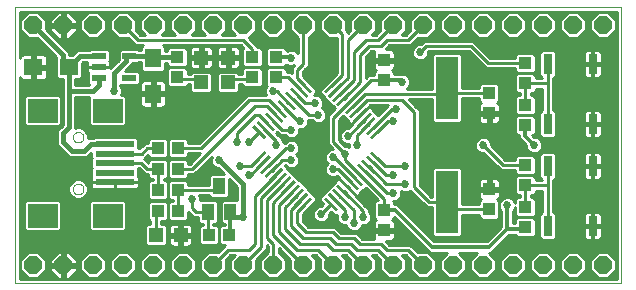
<source format=gtl>
G75*
G70*
%OFA0B0*%
%FSLAX24Y24*%
%IPPOS*%
%LPD*%
%AMOC8*
5,1,8,0,0,1.08239X$1,22.5*
%
%ADD10C,0.0000*%
%ADD11R,0.0630X0.0551*%
%ADD12R,0.0551X0.0630*%
%ADD13R,0.0394X0.0433*%
%ADD14R,0.0433X0.0394*%
%ADD15R,0.0472X0.0472*%
%ADD16R,0.0300X0.0650*%
%ADD17OC8,0.0600*%
%ADD18R,0.0394X0.0551*%
%ADD19R,0.0591X0.0098*%
%ADD20R,0.0098X0.0591*%
%ADD21R,0.0760X0.2100*%
%ADD22R,0.0984X0.0787*%
%ADD23R,0.1299X0.0197*%
%ADD24R,0.0472X0.0217*%
%ADD25C,0.0100*%
%ADD26C,0.0270*%
%ADD27C,0.0160*%
%ADD28C,0.0120*%
D10*
X000350Y000158D02*
X000350Y009358D01*
X020550Y009358D01*
X020550Y000158D01*
X000350Y000158D01*
X002273Y003292D02*
X002275Y003318D01*
X002281Y003344D01*
X002291Y003369D01*
X002304Y003392D01*
X002320Y003412D01*
X002340Y003430D01*
X002362Y003445D01*
X002385Y003457D01*
X002411Y003465D01*
X002437Y003469D01*
X002463Y003469D01*
X002489Y003465D01*
X002515Y003457D01*
X002539Y003445D01*
X002560Y003430D01*
X002580Y003412D01*
X002596Y003392D01*
X002609Y003369D01*
X002619Y003344D01*
X002625Y003318D01*
X002627Y003292D01*
X002625Y003266D01*
X002619Y003240D01*
X002609Y003215D01*
X002596Y003192D01*
X002580Y003172D01*
X002560Y003154D01*
X002538Y003139D01*
X002515Y003127D01*
X002489Y003119D01*
X002463Y003115D01*
X002437Y003115D01*
X002411Y003119D01*
X002385Y003127D01*
X002361Y003139D01*
X002340Y003154D01*
X002320Y003172D01*
X002304Y003192D01*
X002291Y003215D01*
X002281Y003240D01*
X002275Y003266D01*
X002273Y003292D01*
X002273Y005024D02*
X002275Y005050D01*
X002281Y005076D01*
X002291Y005101D01*
X002304Y005124D01*
X002320Y005144D01*
X002340Y005162D01*
X002362Y005177D01*
X002385Y005189D01*
X002411Y005197D01*
X002437Y005201D01*
X002463Y005201D01*
X002489Y005197D01*
X002515Y005189D01*
X002539Y005177D01*
X002560Y005162D01*
X002580Y005144D01*
X002596Y005124D01*
X002609Y005101D01*
X002619Y005076D01*
X002625Y005050D01*
X002627Y005024D01*
X002625Y004998D01*
X002619Y004972D01*
X002609Y004947D01*
X002596Y004924D01*
X002580Y004904D01*
X002560Y004886D01*
X002538Y004871D01*
X002515Y004859D01*
X002489Y004851D01*
X002463Y004847D01*
X002437Y004847D01*
X002411Y004851D01*
X002385Y004859D01*
X002361Y004871D01*
X002340Y004886D01*
X002320Y004904D01*
X002304Y004924D01*
X002291Y004947D01*
X002281Y004972D01*
X002275Y004998D01*
X002273Y005024D01*
D11*
X002140Y007358D03*
X000959Y007358D03*
D12*
X004950Y007649D03*
X004950Y006468D03*
D13*
X005115Y004658D03*
X005784Y004658D03*
X005784Y003958D03*
X005115Y003958D03*
X005115Y003258D03*
X005784Y003258D03*
X005784Y002558D03*
X005115Y002558D03*
X006815Y001758D03*
X007484Y001758D03*
X012650Y001923D03*
X012650Y002593D03*
X016150Y002623D03*
X016150Y003293D03*
X016150Y005823D03*
X016150Y006493D03*
X012650Y006923D03*
X012650Y007593D03*
D14*
X009050Y007693D03*
X008250Y007693D03*
X008250Y007023D03*
X009050Y007023D03*
X005750Y007023D03*
X005750Y007693D03*
X017350Y007493D03*
X017350Y006823D03*
X017350Y006093D03*
X017350Y005423D03*
X017350Y004093D03*
X017350Y003423D03*
X017350Y002693D03*
X017350Y002023D03*
D15*
X005863Y001758D03*
X005036Y001758D03*
X006550Y006845D03*
X007450Y006845D03*
X007450Y007671D03*
X006550Y007671D03*
D16*
X018100Y007458D03*
X019600Y007458D03*
X019600Y005458D03*
X018100Y005458D03*
X018100Y004058D03*
X019600Y004058D03*
X019600Y002058D03*
X018100Y002058D03*
D17*
X017950Y000758D03*
X018950Y000758D03*
X019950Y000758D03*
X016950Y000758D03*
X015950Y000758D03*
X014950Y000758D03*
X013950Y000758D03*
X012950Y000758D03*
X011950Y000758D03*
X010950Y000758D03*
X009950Y000758D03*
X008950Y000758D03*
X007950Y000758D03*
X006950Y000758D03*
X005950Y000758D03*
X004950Y000758D03*
X003950Y000758D03*
X002950Y000758D03*
X001950Y000758D03*
X000950Y000758D03*
X000950Y008758D03*
X001950Y008758D03*
X002950Y008758D03*
X003950Y008758D03*
X004950Y008758D03*
X005950Y008758D03*
X006950Y008758D03*
X007950Y008758D03*
X008950Y008758D03*
X009950Y008758D03*
X010950Y008758D03*
X011950Y008758D03*
X012950Y008758D03*
X013950Y008758D03*
X014950Y008758D03*
X015950Y008758D03*
X016950Y008758D03*
X017950Y008758D03*
X018950Y008758D03*
X019950Y008758D03*
D18*
X007150Y003391D03*
X007524Y002525D03*
X006776Y002525D03*
D19*
G36*
X009218Y003179D02*
X009634Y003595D01*
X009704Y003525D01*
X009288Y003109D01*
X009218Y003179D01*
G37*
G36*
X009358Y003040D02*
X009774Y003456D01*
X009844Y003386D01*
X009428Y002970D01*
X009358Y003040D01*
G37*
G36*
X009497Y002901D02*
X009913Y003317D01*
X009983Y003247D01*
X009567Y002831D01*
X009497Y002901D01*
G37*
G36*
X009636Y002762D02*
X010052Y003178D01*
X010122Y003108D01*
X009706Y002692D01*
X009636Y002762D01*
G37*
G36*
X009775Y002622D02*
X010191Y003038D01*
X010261Y002968D01*
X009845Y002552D01*
X009775Y002622D01*
G37*
G36*
X009079Y003318D02*
X009495Y003734D01*
X009565Y003664D01*
X009149Y003248D01*
X009079Y003318D01*
G37*
G36*
X008940Y003458D02*
X009356Y003874D01*
X009426Y003804D01*
X009010Y003388D01*
X008940Y003458D01*
G37*
G36*
X008801Y003597D02*
X009217Y004013D01*
X009287Y003943D01*
X008871Y003527D01*
X008801Y003597D01*
G37*
G36*
X008662Y003736D02*
X009078Y004152D01*
X009148Y004082D01*
X008732Y003666D01*
X008662Y003736D01*
G37*
G36*
X008522Y003875D02*
X008938Y004291D01*
X009008Y004221D01*
X008592Y003805D01*
X008522Y003875D01*
G37*
G36*
X008383Y004014D02*
X008799Y004430D01*
X008869Y004360D01*
X008453Y003944D01*
X008383Y004014D01*
G37*
G36*
X008244Y004154D02*
X008660Y004570D01*
X008730Y004500D01*
X008314Y004084D01*
X008244Y004154D01*
G37*
G36*
X012030Y005156D02*
X012446Y005572D01*
X012516Y005502D01*
X012100Y005086D01*
X012030Y005156D01*
G37*
G36*
X012169Y005017D02*
X012585Y005433D01*
X012655Y005363D01*
X012239Y004947D01*
X012169Y005017D01*
G37*
G36*
X011891Y005295D02*
X012307Y005711D01*
X012377Y005641D01*
X011961Y005225D01*
X011891Y005295D01*
G37*
G36*
X011752Y005434D02*
X012168Y005850D01*
X012238Y005780D01*
X011822Y005364D01*
X011752Y005434D01*
G37*
G36*
X011612Y005573D02*
X012028Y005989D01*
X012098Y005919D01*
X011682Y005503D01*
X011612Y005573D01*
G37*
G36*
X011473Y005713D02*
X011889Y006129D01*
X011959Y006059D01*
X011543Y005643D01*
X011473Y005713D01*
G37*
G36*
X011334Y005852D02*
X011750Y006268D01*
X011820Y006198D01*
X011404Y005782D01*
X011334Y005852D01*
G37*
G36*
X011195Y005991D02*
X011611Y006407D01*
X011681Y006337D01*
X011265Y005921D01*
X011195Y005991D01*
G37*
G36*
X011056Y006130D02*
X011472Y006546D01*
X011542Y006476D01*
X011126Y006060D01*
X011056Y006130D01*
G37*
G36*
X010916Y006269D02*
X011332Y006685D01*
X011402Y006615D01*
X010986Y006199D01*
X010916Y006269D01*
G37*
G36*
X010777Y006409D02*
X011193Y006825D01*
X011263Y006755D01*
X010847Y006339D01*
X010777Y006409D01*
G37*
G36*
X010638Y006548D02*
X011054Y006964D01*
X011124Y006894D01*
X010708Y006478D01*
X010638Y006548D01*
G37*
D20*
G36*
X009775Y006894D02*
X009845Y006964D01*
X010261Y006548D01*
X010191Y006478D01*
X009775Y006894D01*
G37*
G36*
X009636Y006755D02*
X009706Y006825D01*
X010122Y006409D01*
X010052Y006339D01*
X009636Y006755D01*
G37*
G36*
X009497Y006615D02*
X009567Y006685D01*
X009983Y006269D01*
X009913Y006199D01*
X009497Y006615D01*
G37*
G36*
X009358Y006476D02*
X009428Y006546D01*
X009844Y006130D01*
X009774Y006060D01*
X009358Y006476D01*
G37*
G36*
X009218Y006337D02*
X009288Y006407D01*
X009704Y005991D01*
X009634Y005921D01*
X009218Y006337D01*
G37*
G36*
X009079Y006198D02*
X009149Y006268D01*
X009565Y005852D01*
X009495Y005782D01*
X009079Y006198D01*
G37*
G36*
X008940Y006059D02*
X009010Y006129D01*
X009426Y005713D01*
X009356Y005643D01*
X008940Y006059D01*
G37*
G36*
X008801Y005919D02*
X008871Y005989D01*
X009287Y005573D01*
X009217Y005503D01*
X008801Y005919D01*
G37*
G36*
X008662Y005780D02*
X008732Y005850D01*
X009148Y005434D01*
X009078Y005364D01*
X008662Y005780D01*
G37*
G36*
X008522Y005641D02*
X008592Y005711D01*
X009008Y005295D01*
X008938Y005225D01*
X008522Y005641D01*
G37*
G36*
X008383Y005502D02*
X008453Y005572D01*
X008869Y005156D01*
X008799Y005086D01*
X008383Y005502D01*
G37*
G36*
X008244Y005363D02*
X008314Y005433D01*
X008730Y005017D01*
X008660Y004947D01*
X008244Y005363D01*
G37*
G36*
X012030Y004360D02*
X012100Y004430D01*
X012516Y004014D01*
X012446Y003944D01*
X012030Y004360D01*
G37*
G36*
X012169Y004500D02*
X012239Y004570D01*
X012655Y004154D01*
X012585Y004084D01*
X012169Y004500D01*
G37*
G36*
X011891Y004221D02*
X011961Y004291D01*
X012377Y003875D01*
X012307Y003805D01*
X011891Y004221D01*
G37*
G36*
X011752Y004082D02*
X011822Y004152D01*
X012238Y003736D01*
X012168Y003666D01*
X011752Y004082D01*
G37*
G36*
X011612Y003943D02*
X011682Y004013D01*
X012098Y003597D01*
X012028Y003527D01*
X011612Y003943D01*
G37*
G36*
X011473Y003804D02*
X011543Y003874D01*
X011959Y003458D01*
X011889Y003388D01*
X011473Y003804D01*
G37*
G36*
X011334Y003664D02*
X011404Y003734D01*
X011820Y003318D01*
X011750Y003248D01*
X011334Y003664D01*
G37*
G36*
X011195Y003525D02*
X011265Y003595D01*
X011681Y003179D01*
X011611Y003109D01*
X011195Y003525D01*
G37*
G36*
X011056Y003386D02*
X011126Y003456D01*
X011542Y003040D01*
X011472Y002970D01*
X011056Y003386D01*
G37*
G36*
X010916Y003247D02*
X010986Y003317D01*
X011402Y002901D01*
X011332Y002831D01*
X010916Y003247D01*
G37*
G36*
X010777Y003108D02*
X010847Y003178D01*
X011263Y002762D01*
X011193Y002692D01*
X010777Y003108D01*
G37*
G36*
X010638Y002968D02*
X010708Y003038D01*
X011124Y002622D01*
X011054Y002552D01*
X010638Y002968D01*
G37*
D21*
X014750Y002858D03*
X014750Y006658D03*
D22*
X003434Y005910D03*
X001269Y005910D03*
X001269Y002406D03*
X003434Y002406D03*
D23*
X003670Y003528D03*
X003670Y003843D03*
X003670Y004158D03*
X003670Y004473D03*
X003670Y004788D03*
D24*
X004161Y006984D03*
X003138Y006984D03*
X003138Y007358D03*
X003138Y007732D03*
X004161Y007732D03*
D25*
X003795Y007740D02*
X003504Y007740D01*
X003504Y007642D02*
X003795Y007642D01*
X003795Y007601D02*
X003524Y007329D01*
X003524Y007354D01*
X003142Y007354D01*
X003142Y007362D01*
X003524Y007362D01*
X003524Y007486D01*
X003514Y007524D01*
X003494Y007558D01*
X003493Y007559D01*
X003504Y007570D01*
X003504Y007894D01*
X003428Y007970D01*
X002848Y007970D01*
X002819Y007942D01*
X002601Y007942D01*
X002427Y007942D01*
X002249Y007764D01*
X002160Y007764D01*
X002160Y007845D01*
X001380Y008625D01*
X001380Y008936D01*
X001128Y009188D01*
X000771Y009188D01*
X000520Y008936D01*
X000520Y008580D01*
X000771Y008328D01*
X001083Y008328D01*
X001709Y007701D01*
X001695Y007688D01*
X001695Y007029D01*
X001771Y006953D01*
X001930Y006953D01*
X001930Y006645D01*
X001930Y006471D01*
X001930Y005436D01*
X001863Y005368D01*
X001740Y005245D01*
X001740Y004945D01*
X001740Y004771D01*
X002040Y004471D01*
X002163Y004348D01*
X002563Y004348D01*
X002737Y004348D01*
X002890Y004502D01*
X002890Y004321D01*
X002896Y004316D01*
X002890Y004310D01*
X002890Y004006D01*
X002896Y004001D01*
X002890Y003995D01*
X002890Y003701D01*
X002881Y003684D01*
X002870Y003646D01*
X002870Y003528D01*
X002870Y003410D01*
X002881Y003372D01*
X002900Y003338D01*
X002928Y003310D01*
X002963Y003290D01*
X003001Y003280D01*
X003670Y003280D01*
X003670Y003528D01*
X003670Y003528D01*
X003670Y003280D01*
X004339Y003280D01*
X004378Y003290D01*
X004412Y003310D01*
X004440Y003338D01*
X004459Y003372D01*
X004470Y003410D01*
X004470Y003528D01*
X003670Y003528D01*
X002870Y003528D01*
X003670Y003528D01*
X003670Y003528D01*
X003670Y003528D01*
X004470Y003528D01*
X004470Y003646D01*
X004459Y003684D01*
X004450Y003701D01*
X004450Y003978D01*
X004475Y003978D01*
X004570Y003884D01*
X004570Y003884D01*
X004675Y003778D01*
X004788Y003778D01*
X004788Y003688D01*
X004864Y003612D01*
X004935Y003612D01*
X004935Y003605D01*
X004864Y003605D01*
X004788Y003528D01*
X004788Y002988D01*
X004864Y002912D01*
X005366Y002912D01*
X005442Y002988D01*
X005442Y003528D01*
X005366Y003605D01*
X005295Y003605D01*
X005295Y003612D01*
X005366Y003612D01*
X005442Y003688D01*
X005442Y004228D01*
X005366Y004305D01*
X004864Y004305D01*
X004788Y004228D01*
X004788Y004174D01*
X004730Y004233D01*
X004654Y004308D01*
X004788Y004442D01*
X004788Y004388D01*
X004864Y004312D01*
X005366Y004312D01*
X005442Y004388D01*
X005442Y004928D01*
X005366Y005005D01*
X004864Y005005D01*
X004788Y004928D01*
X004788Y004838D01*
X004675Y004838D01*
X004570Y004733D01*
X004490Y004653D01*
X004450Y004653D01*
X004450Y004940D01*
X004374Y005016D01*
X002967Y005016D01*
X002948Y004998D01*
X002793Y004998D01*
X002777Y004982D01*
X002777Y005089D01*
X002727Y005210D01*
X002635Y005302D01*
X002515Y005351D01*
X002384Y005351D01*
X002350Y005337D01*
X002350Y005436D01*
X002350Y006348D01*
X002812Y006348D01*
X002812Y005463D01*
X002888Y005386D01*
X003980Y005386D01*
X004056Y005463D01*
X004056Y006358D01*
X003980Y006434D01*
X003885Y006434D01*
X003915Y006505D01*
X003915Y006611D01*
X003874Y006708D01*
X003860Y006723D01*
X003860Y006758D01*
X003871Y006746D01*
X004451Y006746D01*
X004528Y006822D01*
X004528Y007146D01*
X004451Y007222D01*
X004011Y007222D01*
X004137Y007348D01*
X004260Y007471D01*
X004260Y007494D01*
X004451Y007494D01*
X004480Y007522D01*
X004544Y007522D01*
X004544Y007280D01*
X004620Y007204D01*
X005279Y007204D01*
X005355Y007280D01*
X005355Y007483D01*
X005403Y007483D01*
X005403Y007442D01*
X005479Y007366D01*
X006020Y007366D01*
X006096Y007442D01*
X006096Y007943D01*
X006020Y008020D01*
X005479Y008020D01*
X005403Y007943D01*
X005403Y007903D01*
X005355Y007903D01*
X005355Y008017D01*
X005294Y008078D01*
X007875Y008078D01*
X007956Y007997D01*
X007903Y007943D01*
X007903Y007442D01*
X007979Y007366D01*
X008520Y007366D01*
X008596Y007442D01*
X008596Y007943D01*
X008520Y008020D01*
X008430Y008020D01*
X008430Y008033D01*
X008131Y008331D01*
X008380Y008580D01*
X008380Y008936D01*
X008128Y009188D01*
X007771Y009188D01*
X007520Y008936D01*
X007520Y008580D01*
X007662Y008438D01*
X007238Y008438D01*
X007380Y008580D01*
X007380Y008936D01*
X007128Y009188D01*
X006771Y009188D01*
X006520Y008936D01*
X006520Y008580D01*
X006662Y008438D01*
X006238Y008438D01*
X006380Y008580D01*
X006380Y008936D01*
X006128Y009188D01*
X005771Y009188D01*
X005520Y008936D01*
X005520Y008580D01*
X005662Y008438D01*
X005238Y008438D01*
X005380Y008580D01*
X005380Y008936D01*
X005128Y009188D01*
X004771Y009188D01*
X004520Y008936D01*
X004520Y008580D01*
X004662Y008438D01*
X004524Y008438D01*
X004380Y008583D01*
X004380Y008936D01*
X004128Y009188D01*
X003771Y009188D01*
X003520Y008936D01*
X003520Y008580D01*
X003771Y008328D01*
X004125Y008328D01*
X004375Y008078D01*
X004524Y008078D01*
X004605Y008078D01*
X004544Y008017D01*
X004544Y007942D01*
X004480Y007942D01*
X004451Y007970D01*
X003871Y007970D01*
X003795Y007894D01*
X003795Y007601D01*
X003738Y007543D02*
X003503Y007543D01*
X003524Y007444D02*
X003639Y007444D01*
X003541Y007346D02*
X003524Y007346D01*
X003133Y007354D02*
X002752Y007354D01*
X002752Y007230D01*
X002762Y007192D01*
X002782Y007158D01*
X002782Y007157D01*
X002772Y007146D01*
X002772Y006822D01*
X002826Y006768D01*
X002350Y006768D01*
X002350Y006953D01*
X002509Y006953D01*
X002585Y007029D01*
X002585Y007506D01*
X002601Y007522D01*
X002761Y007522D01*
X002752Y007486D01*
X002752Y007362D01*
X003133Y007362D01*
X003133Y007354D01*
X002752Y007346D02*
X002585Y007346D01*
X002585Y007444D02*
X002752Y007444D01*
X002752Y007247D02*
X002585Y007247D01*
X002585Y007149D02*
X002774Y007149D01*
X002772Y007050D02*
X002585Y007050D01*
X002772Y006952D02*
X002350Y006952D01*
X002350Y006853D02*
X002772Y006853D01*
X001930Y006853D02*
X000500Y006853D01*
X000500Y006755D02*
X001930Y006755D01*
X001930Y006656D02*
X000500Y006656D01*
X000500Y006558D02*
X001930Y006558D01*
X001930Y006459D02*
X000500Y006459D01*
X000500Y006361D02*
X000649Y006361D01*
X000646Y006358D02*
X000646Y005463D01*
X000723Y005386D01*
X001814Y005386D01*
X001891Y005463D01*
X001891Y006358D01*
X001814Y006434D01*
X000723Y006434D01*
X000646Y006358D01*
X000646Y006262D02*
X000500Y006262D01*
X000500Y006163D02*
X000646Y006163D01*
X000646Y006065D02*
X000500Y006065D01*
X000500Y005966D02*
X000646Y005966D01*
X000646Y005868D02*
X000500Y005868D01*
X000500Y005769D02*
X000646Y005769D01*
X000646Y005671D02*
X000500Y005671D01*
X000500Y005572D02*
X000646Y005572D01*
X000646Y005474D02*
X000500Y005474D01*
X000500Y005375D02*
X001870Y005375D01*
X001891Y005474D02*
X001930Y005474D01*
X001930Y005572D02*
X001891Y005572D01*
X001891Y005671D02*
X001930Y005671D01*
X001930Y005769D02*
X001891Y005769D01*
X001891Y005868D02*
X001930Y005868D01*
X001930Y005966D02*
X001891Y005966D01*
X001891Y006065D02*
X001930Y006065D01*
X001930Y006163D02*
X001891Y006163D01*
X001891Y006262D02*
X001930Y006262D01*
X001930Y006361D02*
X001888Y006361D01*
X002350Y006262D02*
X002812Y006262D01*
X002812Y006163D02*
X002350Y006163D01*
X002350Y006065D02*
X002812Y006065D01*
X002812Y005966D02*
X002350Y005966D01*
X002350Y005868D02*
X002812Y005868D01*
X002812Y005769D02*
X002350Y005769D01*
X002350Y005671D02*
X002812Y005671D01*
X002812Y005572D02*
X002350Y005572D01*
X002350Y005474D02*
X002812Y005474D01*
X002350Y005375D02*
X007012Y005375D01*
X006914Y005277D02*
X002660Y005277D01*
X002740Y005178D02*
X006815Y005178D01*
X006716Y005079D02*
X002777Y005079D01*
X001771Y005277D02*
X000500Y005277D01*
X000500Y005178D02*
X001740Y005178D01*
X001740Y005079D02*
X000500Y005079D01*
X000500Y004981D02*
X001740Y004981D01*
X001740Y004882D02*
X000500Y004882D01*
X000500Y004784D02*
X001740Y004784D01*
X001825Y004685D02*
X000500Y004685D01*
X000500Y004587D02*
X001924Y004587D01*
X002023Y004488D02*
X000500Y004488D01*
X000500Y004390D02*
X002121Y004390D01*
X002778Y004390D02*
X002890Y004390D01*
X002877Y004488D02*
X002890Y004488D01*
X002890Y004291D02*
X000500Y004291D01*
X000500Y004193D02*
X002890Y004193D01*
X002890Y004094D02*
X000500Y004094D01*
X000500Y003995D02*
X002891Y003995D01*
X002890Y003897D02*
X000500Y003897D01*
X000500Y003798D02*
X002890Y003798D01*
X002890Y003700D02*
X000500Y003700D01*
X000500Y003601D02*
X002342Y003601D01*
X002384Y003619D02*
X002264Y003569D01*
X002172Y003477D01*
X002122Y003357D01*
X002122Y003227D01*
X002172Y003107D01*
X002264Y003015D01*
X002384Y002965D01*
X002515Y002965D01*
X002635Y003015D01*
X002727Y003107D01*
X002777Y003227D01*
X002777Y003357D01*
X002727Y003477D01*
X002635Y003569D01*
X002515Y003619D01*
X002384Y003619D01*
X002558Y003601D02*
X002870Y003601D01*
X002870Y003503D02*
X002701Y003503D01*
X002757Y003404D02*
X002872Y003404D01*
X002935Y003306D02*
X002777Y003306D01*
X002769Y003207D02*
X004788Y003207D01*
X004788Y003109D02*
X002728Y003109D01*
X002624Y003010D02*
X004788Y003010D01*
X004864Y002905D02*
X004788Y002828D01*
X004788Y002288D01*
X004856Y002220D01*
X004856Y002124D01*
X004746Y002124D01*
X004670Y002048D01*
X004670Y001468D01*
X004746Y001392D01*
X005326Y001392D01*
X005402Y001468D01*
X005402Y002048D01*
X005326Y002124D01*
X005216Y002124D01*
X005216Y002212D01*
X005366Y002212D01*
X005442Y002288D01*
X005442Y002828D01*
X005366Y002905D01*
X004864Y002905D01*
X004788Y002813D02*
X004056Y002813D01*
X004056Y002854D02*
X003980Y002930D01*
X002888Y002930D01*
X002812Y002854D01*
X002812Y001959D01*
X002888Y001882D01*
X003980Y001882D01*
X004056Y001959D01*
X004056Y002854D01*
X003998Y002911D02*
X005604Y002911D01*
X005604Y002912D02*
X005604Y002905D01*
X005534Y002905D01*
X005457Y002828D01*
X005457Y002288D01*
X005534Y002212D01*
X006035Y002212D01*
X006111Y002288D01*
X006111Y002542D01*
X006308Y002345D01*
X006449Y002345D01*
X006449Y002196D01*
X006525Y002119D01*
X006596Y002119D01*
X006596Y002105D01*
X006564Y002105D01*
X006488Y002028D01*
X006488Y001488D01*
X006564Y001412D01*
X007066Y001412D01*
X007142Y001488D01*
X007142Y002028D01*
X007066Y002105D01*
X006956Y002105D01*
X006956Y002119D01*
X007026Y002119D01*
X007102Y002196D01*
X007102Y002854D01*
X007026Y002931D01*
X006525Y002931D01*
X006515Y002920D01*
X006515Y003011D01*
X006487Y003078D01*
X006823Y003078D01*
X006823Y003062D01*
X006899Y002986D01*
X007400Y002986D01*
X007476Y003062D01*
X007476Y003634D01*
X007740Y003371D01*
X007740Y002931D01*
X007273Y002931D01*
X007197Y002854D01*
X007197Y002196D01*
X007273Y002119D01*
X007334Y002119D01*
X007334Y002105D01*
X007234Y002105D01*
X007157Y002028D01*
X007157Y001488D01*
X007234Y001412D01*
X007349Y001412D01*
X007125Y001188D01*
X006771Y001188D01*
X006520Y000936D01*
X006520Y000580D01*
X006771Y000328D01*
X007128Y000328D01*
X007380Y000580D01*
X007380Y000934D01*
X007524Y001078D01*
X007662Y001078D01*
X007520Y000936D01*
X007520Y000580D01*
X007771Y000328D01*
X008128Y000328D01*
X008380Y000580D01*
X008380Y000934D01*
X008730Y001284D01*
X008730Y001424D01*
X008770Y001384D01*
X008770Y001186D01*
X008520Y000936D01*
X008520Y000580D01*
X008771Y000328D01*
X009128Y000328D01*
X009380Y000580D01*
X009380Y000936D01*
X009130Y001186D01*
X009130Y001324D01*
X009520Y000934D01*
X009520Y000580D01*
X009771Y000328D01*
X010128Y000328D01*
X010380Y000580D01*
X010380Y000936D01*
X010238Y001078D01*
X010375Y001078D01*
X010520Y000934D01*
X010520Y000580D01*
X010771Y000328D01*
X011128Y000328D01*
X011380Y000580D01*
X011380Y000936D01*
X011238Y001078D01*
X011375Y001078D01*
X011520Y000934D01*
X011520Y000580D01*
X011771Y000328D01*
X012128Y000328D01*
X012380Y000580D01*
X012380Y000936D01*
X012238Y001078D01*
X012375Y001078D01*
X012520Y000934D01*
X012520Y000580D01*
X012771Y000328D01*
X013128Y000328D01*
X013380Y000580D01*
X013380Y000936D01*
X013238Y001078D01*
X013375Y001078D01*
X013520Y000934D01*
X013520Y000580D01*
X013771Y000328D01*
X014128Y000328D01*
X014380Y000580D01*
X014380Y000936D01*
X014128Y001188D01*
X013774Y001188D01*
X013524Y001438D01*
X013375Y001438D01*
X012824Y001438D01*
X012705Y001557D01*
X012866Y001557D01*
X012904Y001567D01*
X012939Y001587D01*
X012966Y001615D01*
X012986Y001649D01*
X012996Y001687D01*
X012996Y001875D01*
X012698Y001875D01*
X012698Y001972D01*
X012996Y001972D01*
X012996Y002160D01*
X012986Y002198D01*
X012966Y002232D01*
X012939Y002260D01*
X012923Y002269D01*
X012976Y002322D01*
X012976Y002363D01*
X014060Y001279D01*
X014171Y001168D01*
X014752Y001168D01*
X014520Y000936D01*
X014520Y000580D01*
X014771Y000328D01*
X015128Y000328D01*
X015380Y000580D01*
X015380Y000936D01*
X015148Y001168D01*
X015752Y001168D01*
X015520Y000936D01*
X015520Y000580D01*
X015771Y000328D01*
X016128Y000328D01*
X016380Y000580D01*
X016380Y000936D01*
X016148Y001168D01*
X016228Y001168D01*
X016828Y001768D01*
X017008Y001768D01*
X017079Y001697D01*
X017620Y001697D01*
X017696Y001773D01*
X017696Y002274D01*
X017620Y002350D01*
X017079Y002350D01*
X017003Y002274D01*
X017003Y002148D01*
X016940Y002148D01*
X016940Y002573D01*
X016974Y002608D01*
X017003Y002678D01*
X017003Y002442D01*
X017079Y002366D01*
X017620Y002366D01*
X017696Y002442D01*
X017696Y002943D01*
X017620Y003020D01*
X017530Y003020D01*
X017530Y003097D01*
X017620Y003097D01*
X017696Y003173D01*
X017696Y003243D01*
X017920Y003243D01*
X017920Y002513D01*
X017896Y002513D01*
X017820Y002437D01*
X017820Y001679D01*
X017896Y001603D01*
X018303Y001603D01*
X018380Y001679D01*
X018380Y002437D01*
X018303Y002513D01*
X018280Y002513D01*
X018280Y003384D01*
X018280Y003533D01*
X018280Y003603D01*
X018303Y003603D01*
X018380Y003679D01*
X018380Y004437D01*
X018303Y004513D01*
X017896Y004513D01*
X017820Y004437D01*
X017820Y003679D01*
X017895Y003603D01*
X017696Y003603D01*
X017696Y003674D01*
X017620Y003750D01*
X017079Y003750D01*
X017003Y003674D01*
X017003Y003173D01*
X017079Y003097D01*
X017170Y003097D01*
X017170Y003020D01*
X017079Y003020D01*
X017003Y002943D01*
X017003Y002839D01*
X016974Y002908D01*
X016900Y002983D01*
X016802Y003023D01*
X016697Y003023D01*
X016599Y002983D01*
X016525Y002908D01*
X016485Y002811D01*
X016485Y002705D01*
X016525Y002608D01*
X016560Y002573D01*
X016560Y002037D01*
X016071Y001548D01*
X014328Y001548D01*
X013094Y002783D01*
X012976Y002783D01*
X012976Y002863D01*
X012946Y002893D01*
X013002Y002893D01*
X013100Y002933D01*
X013174Y003008D01*
X013215Y003105D01*
X013215Y003211D01*
X013206Y003231D01*
X013297Y003193D01*
X013402Y003193D01*
X013500Y003233D01*
X013510Y003244D01*
X013970Y002784D01*
X014075Y002678D01*
X014240Y002678D01*
X014240Y001754D01*
X014316Y001678D01*
X015183Y001678D01*
X015260Y001754D01*
X015260Y002443D01*
X015823Y002443D01*
X015823Y002353D01*
X015899Y002277D01*
X016400Y002277D01*
X016476Y002353D01*
X016476Y002894D01*
X016423Y002947D01*
X016439Y002956D01*
X016466Y002984D01*
X016486Y003018D01*
X016496Y003056D01*
X016496Y003244D01*
X016198Y003244D01*
X016198Y003341D01*
X016496Y003341D01*
X016496Y003529D01*
X016486Y003567D01*
X016466Y003601D01*
X016439Y003629D01*
X016404Y003649D01*
X016366Y003659D01*
X016198Y003659D01*
X016198Y003341D01*
X016101Y003341D01*
X016101Y003244D01*
X015803Y003244D01*
X015803Y003056D01*
X015813Y003018D01*
X015833Y002984D01*
X015861Y002956D01*
X015876Y002947D01*
X015823Y002894D01*
X015823Y002803D01*
X015260Y002803D01*
X015260Y003962D01*
X015183Y004038D01*
X014316Y004038D01*
X014240Y003962D01*
X014240Y003038D01*
X014224Y003038D01*
X013830Y003433D01*
X013830Y005933D01*
X013724Y006038D01*
X013484Y006278D01*
X014240Y006278D01*
X014240Y005554D01*
X014316Y005478D01*
X015183Y005478D01*
X015260Y005554D01*
X015260Y006313D01*
X015823Y006313D01*
X015823Y006222D01*
X015876Y006169D01*
X015861Y006160D01*
X015833Y006132D01*
X015813Y006098D01*
X015803Y006060D01*
X015803Y005872D01*
X016101Y005872D01*
X016101Y005775D01*
X015803Y005775D01*
X015803Y005587D01*
X015813Y005549D01*
X015833Y005515D01*
X015861Y005487D01*
X015895Y005467D01*
X015933Y005457D01*
X016101Y005457D01*
X016101Y005775D01*
X016198Y005775D01*
X016198Y005457D01*
X016366Y005457D01*
X016404Y005467D01*
X016439Y005487D01*
X016466Y005515D01*
X016486Y005549D01*
X016496Y005587D01*
X016496Y005775D01*
X016198Y005775D01*
X016198Y005872D01*
X016496Y005872D01*
X016496Y006060D01*
X016486Y006098D01*
X016466Y006132D01*
X016439Y006160D01*
X016423Y006169D01*
X016476Y006222D01*
X016476Y006763D01*
X016400Y006839D01*
X015899Y006839D01*
X015823Y006763D01*
X015823Y006673D01*
X015260Y006673D01*
X015260Y007762D01*
X015183Y007838D01*
X014316Y007838D01*
X014240Y007762D01*
X014240Y006638D01*
X013404Y006638D01*
X013474Y006708D01*
X013515Y006805D01*
X013515Y006911D01*
X013474Y007008D01*
X013400Y007083D01*
X013302Y007123D01*
X013197Y007123D01*
X013174Y007113D01*
X012976Y007113D01*
X012976Y007194D01*
X012923Y007247D01*
X012939Y007256D01*
X012966Y007284D01*
X012986Y007318D01*
X012996Y007356D01*
X012996Y007544D01*
X012698Y007544D01*
X012698Y007641D01*
X012996Y007641D01*
X012996Y007829D01*
X012986Y007867D01*
X012966Y007901D01*
X012939Y007929D01*
X012904Y007949D01*
X012866Y007959D01*
X012705Y007959D01*
X012824Y008078D01*
X013375Y008078D01*
X013524Y008078D01*
X013774Y008328D01*
X014128Y008328D01*
X014380Y008580D01*
X014380Y008936D01*
X014128Y009188D01*
X013771Y009188D01*
X013520Y008936D01*
X013520Y008583D01*
X013375Y008438D01*
X013238Y008438D01*
X013380Y008580D01*
X013380Y008936D01*
X013128Y009188D01*
X012771Y009188D01*
X012520Y008936D01*
X012520Y008583D01*
X012375Y008438D01*
X012238Y008438D01*
X012380Y008580D01*
X012380Y008936D01*
X012128Y009188D01*
X011771Y009188D01*
X011520Y008936D01*
X011520Y008583D01*
X011430Y008493D01*
X011430Y008533D01*
X011380Y008583D01*
X011380Y008936D01*
X011128Y009188D01*
X010771Y009188D01*
X010520Y008936D01*
X010520Y008580D01*
X010771Y008328D01*
X011070Y008328D01*
X011070Y007164D01*
X010701Y006795D01*
X010701Y006794D01*
X010508Y006601D01*
X010508Y006493D01*
X010647Y006354D01*
X010647Y006354D01*
X010792Y006208D01*
X010792Y006208D01*
X010932Y006069D01*
X011010Y005991D01*
X010875Y005856D01*
X010770Y005750D01*
X010770Y004933D01*
X010770Y004784D01*
X009784Y004784D01*
X009774Y004808D02*
X009700Y004883D01*
X009602Y004923D01*
X009497Y004923D01*
X009399Y004883D01*
X009355Y004838D01*
X009303Y004838D01*
X009274Y004908D01*
X009230Y004953D01*
X009230Y004980D01*
X009124Y005085D01*
X009054Y005155D01*
X009078Y005179D01*
X009179Y005078D01*
X009355Y005078D01*
X009399Y005033D01*
X009497Y004993D01*
X009602Y004993D01*
X009700Y005033D01*
X009774Y005108D01*
X009815Y005205D01*
X009815Y005293D01*
X009902Y005293D01*
X010000Y005333D01*
X010074Y005408D01*
X010115Y005505D01*
X010115Y005578D01*
X010255Y005578D01*
X010299Y005533D01*
X010397Y005493D01*
X010502Y005493D01*
X010600Y005533D01*
X010674Y005608D01*
X010715Y005705D01*
X010715Y005811D01*
X010674Y005908D01*
X010600Y005983D01*
X010564Y005998D01*
X010574Y006008D01*
X010615Y006105D01*
X010615Y006211D01*
X010574Y006308D01*
X010500Y006383D01*
X010402Y006423D01*
X010322Y006423D01*
X010392Y006493D01*
X010392Y006601D01*
X010198Y006794D01*
X010198Y006795D01*
X009930Y007064D01*
X009930Y007184D01*
X010024Y007278D01*
X010130Y007384D01*
X010130Y008330D01*
X010380Y008580D01*
X010380Y008936D01*
X010128Y009188D01*
X009771Y009188D01*
X009520Y008936D01*
X009520Y008580D01*
X009770Y008330D01*
X009770Y007813D01*
X009700Y007883D01*
X009602Y007923D01*
X009497Y007923D01*
X009399Y007883D01*
X009396Y007883D01*
X009396Y007943D01*
X009320Y008020D01*
X008779Y008020D01*
X008703Y007943D01*
X008703Y007442D01*
X008779Y007366D01*
X009320Y007366D01*
X009394Y007439D01*
X009399Y007433D01*
X009497Y007393D01*
X009602Y007393D01*
X009650Y007413D01*
X009570Y007333D01*
X009570Y007184D01*
X009570Y007145D01*
X009511Y007203D01*
X009396Y007203D01*
X009396Y007274D01*
X009320Y007350D01*
X008779Y007350D01*
X008703Y007274D01*
X008703Y006773D01*
X008746Y006730D01*
X008725Y006708D01*
X008685Y006611D01*
X008685Y006505D01*
X008713Y006438D01*
X008075Y006438D01*
X007970Y006333D01*
X006475Y004838D01*
X006111Y004838D01*
X006111Y004928D01*
X006035Y005005D01*
X005534Y005005D01*
X005457Y004928D01*
X005457Y004388D01*
X005534Y004312D01*
X006035Y004312D01*
X006111Y004388D01*
X006111Y004478D01*
X006475Y004478D01*
X006515Y004478D01*
X006175Y004138D01*
X006111Y004138D01*
X006111Y004228D01*
X006035Y004305D01*
X005534Y004305D01*
X005457Y004228D01*
X005457Y003688D01*
X005534Y003612D01*
X006035Y003612D01*
X006111Y003688D01*
X006111Y003778D01*
X006175Y003778D01*
X006324Y003778D01*
X006904Y004358D01*
X006885Y004311D01*
X006885Y004205D01*
X006925Y004108D01*
X006999Y004033D01*
X007097Y003993D01*
X007118Y003993D01*
X007314Y003797D01*
X006899Y003797D01*
X006823Y003721D01*
X006823Y003438D01*
X006111Y003438D01*
X006111Y003528D01*
X006035Y003605D01*
X005534Y003605D01*
X005457Y003528D01*
X005457Y002988D01*
X005534Y002912D01*
X005604Y002912D01*
X005457Y003010D02*
X005442Y003010D01*
X005442Y003109D02*
X005457Y003109D01*
X005457Y003207D02*
X005442Y003207D01*
X005442Y003306D02*
X005457Y003306D01*
X005457Y003404D02*
X005442Y003404D01*
X005442Y003503D02*
X005457Y003503D01*
X005530Y003601D02*
X005369Y003601D01*
X005442Y003700D02*
X005457Y003700D01*
X005457Y003798D02*
X005442Y003798D01*
X005442Y003897D02*
X005457Y003897D01*
X005784Y003958D02*
X006250Y003958D01*
X008350Y006058D01*
X008732Y006058D01*
X009044Y005746D01*
X009183Y005886D02*
X008810Y006258D01*
X008150Y006258D01*
X006550Y004658D01*
X005784Y004658D01*
X005457Y004685D02*
X005442Y004685D01*
X005442Y004587D02*
X005457Y004587D01*
X005457Y004488D02*
X005442Y004488D01*
X005442Y004390D02*
X005457Y004390D01*
X005520Y004291D02*
X005379Y004291D01*
X005442Y004193D02*
X005457Y004193D01*
X005457Y004094D02*
X005442Y004094D01*
X005442Y003995D02*
X005457Y003995D01*
X005115Y003958D02*
X005115Y003258D01*
X004788Y003306D02*
X004405Y003306D01*
X004468Y003404D02*
X004788Y003404D01*
X004788Y003503D02*
X004470Y003503D01*
X004470Y003601D02*
X004861Y003601D01*
X004788Y003700D02*
X004451Y003700D01*
X004450Y003798D02*
X004655Y003798D01*
X004556Y003897D02*
X004450Y003897D01*
X004550Y004158D02*
X004750Y003958D01*
X005115Y003958D01*
X004550Y004158D02*
X003670Y004158D01*
X004671Y004291D02*
X004851Y004291D01*
X004788Y004193D02*
X004770Y004193D01*
X004730Y004233D02*
X004730Y004233D01*
X004736Y004390D02*
X004788Y004390D01*
X004565Y004473D02*
X004750Y004658D01*
X005115Y004658D01*
X005442Y004784D02*
X005457Y004784D01*
X005457Y004882D02*
X005442Y004882D01*
X005389Y004981D02*
X005510Y004981D01*
X006059Y004981D02*
X006618Y004981D01*
X006519Y004882D02*
X006111Y004882D01*
X004841Y004981D02*
X004409Y004981D01*
X004450Y004882D02*
X004788Y004882D01*
X004621Y004784D02*
X004450Y004784D01*
X004450Y004685D02*
X004522Y004685D01*
X004565Y004473D02*
X003670Y004473D01*
X006048Y004291D02*
X006328Y004291D01*
X006230Y004193D02*
X006111Y004193D01*
X006111Y004390D02*
X006427Y004390D01*
X006837Y004291D02*
X006885Y004291D01*
X006890Y004193D02*
X006739Y004193D01*
X006640Y004094D02*
X006939Y004094D01*
X007091Y003995D02*
X006541Y003995D01*
X006443Y003897D02*
X007214Y003897D01*
X007312Y003798D02*
X006344Y003798D01*
X006111Y003700D02*
X006823Y003700D01*
X006823Y003601D02*
X006038Y003601D01*
X006111Y003503D02*
X006823Y003503D01*
X007150Y003391D02*
X007117Y003258D01*
X005784Y003258D01*
X005784Y002558D01*
X005457Y002517D02*
X005442Y002517D01*
X005442Y002419D02*
X005457Y002419D01*
X005457Y002320D02*
X005442Y002320D01*
X005376Y002222D02*
X005523Y002222D01*
X005569Y002134D02*
X005535Y002114D01*
X005507Y002086D01*
X005487Y002052D01*
X005477Y002014D01*
X005477Y001808D01*
X005813Y001808D01*
X005813Y001708D01*
X005913Y001708D01*
X005913Y001372D01*
X006119Y001372D01*
X006157Y001382D01*
X006191Y001402D01*
X006219Y001430D01*
X006239Y001464D01*
X006249Y001502D01*
X006249Y001708D01*
X005913Y001708D01*
X005913Y001808D01*
X006249Y001808D01*
X006249Y002014D01*
X006239Y002052D01*
X006219Y002086D01*
X006191Y002114D01*
X006157Y002134D01*
X006119Y002144D01*
X005913Y002144D01*
X005913Y001808D01*
X005813Y001808D01*
X005813Y002144D01*
X005607Y002144D01*
X005569Y002134D01*
X005550Y002123D02*
X005327Y002123D01*
X005402Y002025D02*
X005480Y002025D01*
X005477Y001926D02*
X005402Y001926D01*
X005402Y001828D02*
X005477Y001828D01*
X005402Y001729D02*
X005813Y001729D01*
X005813Y001708D02*
X005477Y001708D01*
X005477Y001502D01*
X005487Y001464D01*
X005507Y001430D01*
X005535Y001402D01*
X005569Y001382D01*
X005607Y001372D01*
X005813Y001372D01*
X005813Y001708D01*
X005813Y001630D02*
X005913Y001630D01*
X005913Y001532D02*
X005813Y001532D01*
X005813Y001433D02*
X005913Y001433D01*
X006221Y001433D02*
X006542Y001433D01*
X006488Y001532D02*
X006249Y001532D01*
X006249Y001630D02*
X006488Y001630D01*
X006488Y001729D02*
X005913Y001729D01*
X005913Y001828D02*
X005813Y001828D01*
X005813Y001926D02*
X005913Y001926D01*
X005913Y002025D02*
X005813Y002025D01*
X005813Y002123D02*
X005913Y002123D01*
X006045Y002222D02*
X006449Y002222D01*
X006449Y002320D02*
X006111Y002320D01*
X006111Y002419D02*
X006234Y002419D01*
X006136Y002517D02*
X006111Y002517D01*
X006250Y002658D02*
X006383Y002525D01*
X006776Y002525D01*
X006776Y001797D01*
X006815Y001758D01*
X007142Y001729D02*
X007157Y001729D01*
X007157Y001828D02*
X007142Y001828D01*
X007142Y001926D02*
X007157Y001926D01*
X007157Y002025D02*
X007142Y002025D01*
X007030Y002123D02*
X007269Y002123D01*
X007197Y002222D02*
X007102Y002222D01*
X007102Y002320D02*
X007197Y002320D01*
X007197Y002419D02*
X007102Y002419D01*
X007102Y002517D02*
X007197Y002517D01*
X007197Y002616D02*
X007102Y002616D01*
X007102Y002714D02*
X007197Y002714D01*
X007197Y002813D02*
X007102Y002813D01*
X007045Y002911D02*
X007254Y002911D01*
X007425Y003010D02*
X007740Y003010D01*
X007740Y003109D02*
X007476Y003109D01*
X007476Y003207D02*
X007740Y003207D01*
X007740Y003306D02*
X007476Y003306D01*
X007476Y003404D02*
X007706Y003404D01*
X007608Y003503D02*
X007476Y003503D01*
X007476Y003601D02*
X007509Y003601D01*
X008150Y003758D02*
X008197Y003758D01*
X008626Y004187D01*
X008487Y004327D02*
X008218Y004058D01*
X007850Y004058D01*
X008765Y004048D02*
X009375Y004658D01*
X009550Y004658D01*
X009724Y004458D02*
X009774Y004508D01*
X009815Y004605D01*
X009815Y004711D01*
X009774Y004808D01*
X009700Y004882D02*
X010770Y004882D01*
X010770Y004784D02*
X010930Y004623D01*
X010897Y004623D01*
X010799Y004583D01*
X010725Y004508D01*
X010685Y004411D01*
X010685Y004305D01*
X010725Y004208D01*
X010775Y004158D01*
X010725Y004108D01*
X010685Y004011D01*
X010685Y003905D01*
X010725Y003808D01*
X010799Y003733D01*
X010897Y003693D01*
X011002Y003693D01*
X011086Y003728D01*
X011135Y003679D01*
X011123Y003667D01*
X011074Y003618D01*
X011055Y003584D01*
X011049Y003565D01*
X010925Y003441D01*
X010786Y003302D01*
X010647Y003162D01*
X010508Y003023D01*
X010508Y002916D01*
X010627Y002796D01*
X010554Y002723D01*
X010497Y002723D01*
X010399Y002683D01*
X010325Y002608D01*
X010285Y002511D01*
X010285Y002405D01*
X010325Y002308D01*
X010399Y002233D01*
X010497Y002193D01*
X010602Y002193D01*
X010700Y002233D01*
X010774Y002308D01*
X010815Y002405D01*
X010815Y002474D01*
X010882Y002541D01*
X011001Y002422D01*
X011089Y002422D01*
X011085Y002411D01*
X011085Y002305D01*
X011125Y002208D01*
X011199Y002133D01*
X011297Y002093D01*
X011390Y002093D01*
X011425Y002008D01*
X011499Y001933D01*
X011597Y001893D01*
X011702Y001893D01*
X011800Y001933D01*
X011874Y002008D01*
X011909Y002093D01*
X012002Y002093D01*
X012100Y002133D01*
X012174Y002208D01*
X012215Y002305D01*
X012215Y002411D01*
X012174Y002508D01*
X012130Y002553D01*
X012130Y002637D01*
X012024Y002742D01*
X011741Y003025D01*
X011753Y003037D01*
X011753Y003038D02*
X011801Y003086D01*
X011821Y003120D01*
X011826Y003139D01*
X011944Y003257D01*
X012029Y003342D01*
X012431Y002939D01*
X012399Y002939D01*
X012323Y002863D01*
X012323Y002322D01*
X012376Y002269D01*
X012361Y002260D01*
X012333Y002232D01*
X012313Y002198D01*
X012303Y002160D01*
X012303Y001972D01*
X012601Y001972D01*
X012601Y001875D01*
X012303Y001875D01*
X012303Y001687D01*
X012313Y001649D01*
X012319Y001638D01*
X011924Y001638D01*
X011830Y001733D01*
X011724Y001838D01*
X011224Y001838D01*
X011024Y002038D01*
X010875Y002038D01*
X010124Y002038D01*
X009930Y002233D01*
X009930Y002452D01*
X010198Y002721D01*
X010198Y002722D01*
X010392Y002916D01*
X010392Y003023D01*
X010252Y003162D01*
X010252Y003162D01*
X010107Y003308D01*
X009967Y003447D01*
X009828Y003587D01*
X009689Y003726D01*
X009550Y003865D01*
X009411Y004004D01*
X009337Y004078D01*
X009355Y004078D01*
X009399Y004033D01*
X009497Y003993D01*
X009602Y003993D01*
X009700Y004033D01*
X009774Y004108D01*
X009815Y004205D01*
X009815Y004311D01*
X009774Y004408D01*
X009724Y004458D01*
X009754Y004488D02*
X010717Y004488D01*
X010685Y004390D02*
X009782Y004390D01*
X009815Y004291D02*
X010691Y004291D01*
X010740Y004193D02*
X009809Y004193D01*
X009760Y004094D02*
X010719Y004094D01*
X010685Y003995D02*
X009608Y003995D01*
X009491Y003995D02*
X009419Y003995D01*
X009518Y003897D02*
X010688Y003897D01*
X010735Y003798D02*
X009616Y003798D01*
X009715Y003700D02*
X010881Y003700D01*
X011019Y003700D02*
X011114Y003700D01*
X011123Y003667D02*
X011438Y003353D01*
X011437Y003352D01*
X011123Y003667D01*
X011064Y003601D02*
X009814Y003601D01*
X009912Y003503D02*
X010987Y003503D01*
X010888Y003404D02*
X010011Y003404D01*
X010109Y003306D02*
X010790Y003306D01*
X010691Y003207D02*
X010208Y003207D01*
X010306Y003109D02*
X010593Y003109D01*
X010647Y003162D02*
X010647Y003162D01*
X011159Y003074D02*
X011650Y002584D01*
X011650Y002158D01*
X011881Y002025D02*
X012303Y002025D01*
X012303Y002123D02*
X012075Y002123D01*
X012180Y002222D02*
X012327Y002222D01*
X012325Y002320D02*
X012215Y002320D01*
X012211Y002419D02*
X012323Y002419D01*
X012323Y002517D02*
X012165Y002517D01*
X012130Y002616D02*
X012323Y002616D01*
X012323Y002714D02*
X012052Y002714D01*
X011953Y002813D02*
X012323Y002813D01*
X012371Y002911D02*
X011855Y002911D01*
X011756Y003010D02*
X012361Y003010D01*
X012262Y003109D02*
X011814Y003109D01*
X011753Y003038D02*
X011438Y003352D01*
X011438Y003352D01*
X011753Y003037D01*
X011681Y003109D02*
X011682Y003109D01*
X011583Y003207D02*
X011583Y003207D01*
X011485Y003306D02*
X011484Y003306D01*
X011386Y003404D02*
X011386Y003404D01*
X011288Y003503D02*
X011287Y003503D01*
X011189Y003601D02*
X011188Y003601D01*
X011110Y003958D02*
X011577Y003491D01*
X011716Y003631D02*
X010989Y004358D01*
X010950Y004358D01*
X011350Y004276D02*
X011350Y004458D01*
X010950Y004858D01*
X010950Y005676D01*
X011438Y006164D01*
X012197Y006923D01*
X012650Y006923D01*
X012323Y007103D02*
X012123Y007103D01*
X012030Y007010D01*
X012030Y007684D01*
X012224Y007878D01*
X012319Y007878D01*
X012313Y007867D01*
X012303Y007829D01*
X012303Y007641D01*
X012601Y007641D01*
X012601Y007544D01*
X012303Y007544D01*
X012303Y007356D01*
X012313Y007318D01*
X012333Y007284D01*
X012361Y007256D01*
X012376Y007247D01*
X012323Y007194D01*
X012323Y007103D01*
X012323Y007149D02*
X012030Y007149D01*
X012030Y007247D02*
X012376Y007247D01*
X012306Y007346D02*
X012030Y007346D01*
X012030Y007444D02*
X012303Y007444D01*
X012303Y007543D02*
X012030Y007543D01*
X012030Y007642D02*
X012303Y007642D01*
X012303Y007740D02*
X012086Y007740D01*
X012185Y007839D02*
X012305Y007839D01*
X012150Y008058D02*
X012550Y008058D01*
X012750Y008258D01*
X013450Y008258D01*
X013950Y008758D01*
X013520Y008726D02*
X013380Y008726D01*
X013380Y008824D02*
X013520Y008824D01*
X013520Y008923D02*
X013380Y008923D01*
X013295Y009021D02*
X013605Y009021D01*
X013703Y009120D02*
X013196Y009120D01*
X012703Y009120D02*
X012196Y009120D01*
X012295Y009021D02*
X012605Y009021D01*
X012520Y008923D02*
X012380Y008923D01*
X012380Y008824D02*
X012520Y008824D01*
X012520Y008726D02*
X012380Y008726D01*
X012380Y008627D02*
X012520Y008627D01*
X012465Y008528D02*
X012328Y008528D01*
X012450Y008258D02*
X012050Y008258D01*
X011650Y007858D01*
X011650Y006932D01*
X011159Y006442D01*
X011299Y006307D02*
X011850Y006858D01*
X011850Y007758D01*
X012150Y008058D01*
X012450Y008258D02*
X012950Y008758D01*
X013380Y008627D02*
X013520Y008627D01*
X013465Y008528D02*
X013328Y008528D01*
X013679Y008233D02*
X013970Y008233D01*
X013975Y008238D02*
X013870Y008133D01*
X013860Y008123D01*
X013797Y008123D01*
X013699Y008083D01*
X013625Y008008D01*
X013585Y007911D01*
X013585Y007805D01*
X013625Y007708D01*
X013699Y007633D01*
X013797Y007593D01*
X013902Y007593D01*
X014000Y007633D01*
X014074Y007708D01*
X014115Y007805D01*
X014115Y007869D01*
X014124Y007878D01*
X015475Y007878D01*
X016040Y007313D01*
X016189Y007313D01*
X017003Y007313D01*
X017003Y007242D01*
X017079Y007166D01*
X017620Y007166D01*
X017696Y007242D01*
X017696Y007743D01*
X017620Y007820D01*
X017079Y007820D01*
X017003Y007743D01*
X017003Y007673D01*
X016189Y007673D01*
X015624Y008238D01*
X015475Y008238D01*
X013975Y008238D01*
X013871Y008134D02*
X013580Y008134D01*
X013653Y008036D02*
X012782Y008036D01*
X012925Y007937D02*
X013596Y007937D01*
X013585Y007839D02*
X012994Y007839D01*
X012996Y007740D02*
X013612Y007740D01*
X013691Y007642D02*
X012996Y007642D01*
X012996Y007543D02*
X014240Y007543D01*
X014240Y007444D02*
X012996Y007444D01*
X012994Y007346D02*
X014240Y007346D01*
X014240Y007247D02*
X012923Y007247D01*
X012976Y007149D02*
X014240Y007149D01*
X014240Y007050D02*
X013432Y007050D01*
X013498Y006952D02*
X014240Y006952D01*
X014240Y006853D02*
X013515Y006853D01*
X013494Y006755D02*
X014240Y006755D01*
X014240Y006656D02*
X013422Y006656D01*
X013500Y006262D02*
X014240Y006262D01*
X014240Y006163D02*
X013599Y006163D01*
X013697Y006065D02*
X014240Y006065D01*
X014240Y005966D02*
X013796Y005966D01*
X013830Y005868D02*
X014240Y005868D01*
X014240Y005769D02*
X013830Y005769D01*
X013830Y005671D02*
X014240Y005671D01*
X014240Y005572D02*
X013830Y005572D01*
X013830Y005474D02*
X015884Y005474D01*
X015807Y005572D02*
X015260Y005572D01*
X015260Y005671D02*
X015803Y005671D01*
X015803Y005769D02*
X015260Y005769D01*
X015260Y005868D02*
X016101Y005868D01*
X016198Y005868D02*
X017003Y005868D01*
X017003Y005842D02*
X017079Y005766D01*
X017620Y005766D01*
X017696Y005842D01*
X017696Y006343D01*
X017620Y006420D01*
X017530Y006420D01*
X017530Y006497D01*
X017620Y006497D01*
X017696Y006573D01*
X017696Y006643D01*
X017920Y006643D01*
X017920Y005913D01*
X017896Y005913D01*
X017820Y005837D01*
X017820Y005079D01*
X017896Y005003D01*
X018303Y005003D01*
X018380Y005079D01*
X018380Y005837D01*
X018303Y005913D01*
X018280Y005913D01*
X018280Y006784D01*
X018280Y006933D01*
X018280Y007003D01*
X018303Y007003D01*
X018380Y007079D01*
X018380Y007837D01*
X018303Y007913D01*
X017896Y007913D01*
X017820Y007837D01*
X017820Y007079D01*
X017895Y007003D01*
X017696Y007003D01*
X017696Y007074D01*
X017620Y007150D01*
X017079Y007150D01*
X017003Y007074D01*
X017003Y006573D01*
X017079Y006497D01*
X017170Y006497D01*
X017170Y006420D01*
X017079Y006420D01*
X017003Y006343D01*
X017003Y005842D01*
X017076Y005769D02*
X016496Y005769D01*
X016496Y005671D02*
X017003Y005671D01*
X017003Y005674D02*
X017003Y005173D01*
X017079Y005097D01*
X017160Y005097D01*
X017160Y004979D01*
X017385Y004754D01*
X017385Y004705D01*
X017425Y004608D01*
X017499Y004533D01*
X017597Y004493D01*
X017702Y004493D01*
X017800Y004533D01*
X017874Y004608D01*
X017915Y004705D01*
X017915Y004811D01*
X017874Y004908D01*
X017800Y004983D01*
X017702Y005023D01*
X017653Y005023D01*
X017580Y005097D01*
X017620Y005097D01*
X017696Y005173D01*
X017696Y005674D01*
X017620Y005750D01*
X017079Y005750D01*
X017003Y005674D01*
X017003Y005572D02*
X016492Y005572D01*
X016416Y005474D02*
X017003Y005474D01*
X017003Y005375D02*
X013830Y005375D01*
X013830Y005277D02*
X017003Y005277D01*
X017003Y005178D02*
X013830Y005178D01*
X013830Y005079D02*
X017160Y005079D01*
X017160Y004981D02*
X016101Y004981D01*
X016100Y004983D02*
X016002Y005023D01*
X015897Y005023D01*
X015799Y004983D01*
X015725Y004908D01*
X015685Y004811D01*
X015685Y004705D01*
X015725Y004608D01*
X015799Y004533D01*
X015897Y004493D01*
X015960Y004493D01*
X016435Y004018D01*
X016540Y003913D01*
X017003Y003913D01*
X017003Y003842D01*
X017079Y003766D01*
X017620Y003766D01*
X017696Y003842D01*
X017696Y004343D01*
X017620Y004420D01*
X017079Y004420D01*
X017003Y004343D01*
X017003Y004273D01*
X016689Y004273D01*
X016215Y004748D01*
X016215Y004811D01*
X016174Y004908D01*
X016100Y004983D01*
X016185Y004882D02*
X017257Y004882D01*
X017355Y004784D02*
X016215Y004784D01*
X016277Y004685D02*
X017393Y004685D01*
X017446Y004587D02*
X016375Y004587D01*
X016474Y004488D02*
X017871Y004488D01*
X017853Y004587D02*
X020400Y004587D01*
X020400Y004685D02*
X017906Y004685D01*
X017915Y004784D02*
X020400Y004784D01*
X020400Y004882D02*
X017885Y004882D01*
X017801Y004981D02*
X020400Y004981D01*
X020400Y005079D02*
X019890Y005079D01*
X019889Y005075D02*
X019900Y005113D01*
X019900Y005433D01*
X019625Y005433D01*
X019625Y005483D01*
X019900Y005483D01*
X019900Y005803D01*
X019889Y005841D01*
X019870Y005875D01*
X019842Y005903D01*
X019807Y005923D01*
X019769Y005933D01*
X019625Y005933D01*
X019625Y005483D01*
X019575Y005483D01*
X019575Y005933D01*
X019430Y005933D01*
X019392Y005923D01*
X019357Y005903D01*
X019330Y005875D01*
X019310Y005841D01*
X019300Y005803D01*
X019300Y005483D01*
X019574Y005483D01*
X019574Y005433D01*
X019300Y005433D01*
X019300Y005113D01*
X019310Y005075D01*
X019330Y005041D01*
X019357Y005013D01*
X019392Y004993D01*
X019430Y004983D01*
X019575Y004983D01*
X019575Y005433D01*
X019625Y005433D01*
X019625Y004983D01*
X019769Y004983D01*
X019807Y004993D01*
X019842Y005013D01*
X019870Y005041D01*
X019889Y005075D01*
X019900Y005178D02*
X020400Y005178D01*
X020400Y005277D02*
X019900Y005277D01*
X019900Y005375D02*
X020400Y005375D01*
X020400Y005474D02*
X019625Y005474D01*
X019574Y005474D02*
X018380Y005474D01*
X018380Y005572D02*
X019300Y005572D01*
X019300Y005671D02*
X018380Y005671D01*
X018380Y005769D02*
X019300Y005769D01*
X019325Y005868D02*
X018349Y005868D01*
X018280Y005966D02*
X020400Y005966D01*
X020400Y005868D02*
X019874Y005868D01*
X019900Y005769D02*
X020400Y005769D01*
X020400Y005671D02*
X019900Y005671D01*
X019900Y005572D02*
X020400Y005572D01*
X019625Y005572D02*
X019575Y005572D01*
X019575Y005671D02*
X019625Y005671D01*
X019625Y005769D02*
X019575Y005769D01*
X019575Y005868D02*
X019625Y005868D01*
X020400Y006065D02*
X018280Y006065D01*
X018280Y006163D02*
X020400Y006163D01*
X020400Y006262D02*
X018280Y006262D01*
X018280Y006361D02*
X020400Y006361D01*
X020400Y006459D02*
X018280Y006459D01*
X018280Y006558D02*
X020400Y006558D01*
X020400Y006656D02*
X018280Y006656D01*
X017920Y006558D02*
X017681Y006558D01*
X017530Y006459D02*
X017920Y006459D01*
X017920Y006361D02*
X017679Y006361D01*
X017696Y006262D02*
X017920Y006262D01*
X017920Y006163D02*
X017696Y006163D01*
X017696Y006065D02*
X017920Y006065D01*
X017920Y005966D02*
X017696Y005966D01*
X017696Y005868D02*
X017850Y005868D01*
X017820Y005769D02*
X017623Y005769D01*
X017696Y005671D02*
X017820Y005671D01*
X017820Y005572D02*
X017696Y005572D01*
X017696Y005474D02*
X017820Y005474D01*
X017820Y005375D02*
X017696Y005375D01*
X017696Y005277D02*
X017820Y005277D01*
X017820Y005178D02*
X017696Y005178D01*
X017597Y005079D02*
X017820Y005079D01*
X018380Y005079D02*
X019309Y005079D01*
X019300Y005178D02*
X018380Y005178D01*
X018380Y005277D02*
X019300Y005277D01*
X019300Y005375D02*
X018380Y005375D01*
X018100Y005458D02*
X018100Y006858D01*
X018065Y006823D01*
X017350Y006823D01*
X017350Y006093D01*
X017003Y006065D02*
X016495Y006065D01*
X016496Y005966D02*
X017003Y005966D01*
X017003Y006163D02*
X016433Y006163D01*
X016476Y006262D02*
X017003Y006262D01*
X017020Y006361D02*
X016476Y006361D01*
X016476Y006459D02*
X017170Y006459D01*
X017018Y006558D02*
X016476Y006558D01*
X016476Y006656D02*
X017003Y006656D01*
X017003Y006755D02*
X016476Y006755D01*
X017003Y006853D02*
X015260Y006853D01*
X015260Y006755D02*
X015823Y006755D01*
X015260Y006952D02*
X017003Y006952D01*
X017003Y007050D02*
X015260Y007050D01*
X015260Y007149D02*
X017078Y007149D01*
X017003Y007247D02*
X015260Y007247D01*
X015260Y007346D02*
X016007Y007346D01*
X015909Y007444D02*
X015260Y007444D01*
X015260Y007543D02*
X015810Y007543D01*
X015712Y007642D02*
X015260Y007642D01*
X015260Y007740D02*
X015613Y007740D01*
X015514Y007839D02*
X014115Y007839D01*
X014088Y007740D02*
X014240Y007740D01*
X014240Y007642D02*
X014008Y007642D01*
X013850Y007858D02*
X014050Y008058D01*
X015550Y008058D01*
X016115Y007493D01*
X017350Y007493D01*
X017696Y007444D02*
X017820Y007444D01*
X017820Y007346D02*
X017696Y007346D01*
X017696Y007247D02*
X017820Y007247D01*
X017820Y007149D02*
X017621Y007149D01*
X017696Y007050D02*
X017849Y007050D01*
X018280Y006952D02*
X020400Y006952D01*
X020400Y007050D02*
X019875Y007050D01*
X019870Y007041D02*
X019889Y007075D01*
X019900Y007113D01*
X019900Y007433D01*
X019625Y007433D01*
X019625Y007483D01*
X019900Y007483D01*
X019900Y007803D01*
X019889Y007841D01*
X019870Y007875D01*
X019842Y007903D01*
X019807Y007923D01*
X019769Y007933D01*
X019625Y007933D01*
X019625Y007483D01*
X019575Y007483D01*
X019575Y007933D01*
X019430Y007933D01*
X019392Y007923D01*
X019357Y007903D01*
X019330Y007875D01*
X019310Y007841D01*
X019300Y007803D01*
X019300Y007483D01*
X019574Y007483D01*
X019574Y007433D01*
X019300Y007433D01*
X019300Y007113D01*
X019310Y007075D01*
X019330Y007041D01*
X019357Y007013D01*
X019392Y006993D01*
X019430Y006983D01*
X019575Y006983D01*
X019575Y007433D01*
X019625Y007433D01*
X019625Y006983D01*
X019769Y006983D01*
X019807Y006993D01*
X019842Y007013D01*
X019870Y007041D01*
X019900Y007149D02*
X020400Y007149D01*
X020400Y007247D02*
X019900Y007247D01*
X019900Y007346D02*
X020400Y007346D01*
X020400Y007444D02*
X019625Y007444D01*
X019574Y007444D02*
X018380Y007444D01*
X018380Y007346D02*
X019300Y007346D01*
X019300Y007247D02*
X018380Y007247D01*
X018380Y007149D02*
X019300Y007149D01*
X019324Y007050D02*
X018351Y007050D01*
X018280Y006853D02*
X020400Y006853D01*
X020400Y006755D02*
X018280Y006755D01*
X018100Y006858D02*
X018100Y007458D01*
X018380Y007543D02*
X019300Y007543D01*
X019300Y007642D02*
X018380Y007642D01*
X018380Y007740D02*
X019300Y007740D01*
X019309Y007839D02*
X018378Y007839D01*
X017821Y007839D02*
X016024Y007839D01*
X016122Y007740D02*
X017003Y007740D01*
X017696Y007740D02*
X017820Y007740D01*
X017820Y007642D02*
X017696Y007642D01*
X017696Y007543D02*
X017820Y007543D01*
X019575Y007543D02*
X019625Y007543D01*
X019625Y007642D02*
X019575Y007642D01*
X019575Y007740D02*
X019625Y007740D01*
X019625Y007839D02*
X019575Y007839D01*
X019890Y007839D02*
X020400Y007839D01*
X020400Y007937D02*
X015925Y007937D01*
X015826Y008036D02*
X020400Y008036D01*
X020400Y008134D02*
X015728Y008134D01*
X015629Y008233D02*
X020400Y008233D01*
X020400Y008331D02*
X020131Y008331D01*
X020128Y008328D02*
X020380Y008580D01*
X020380Y008936D01*
X020128Y009188D01*
X019771Y009188D01*
X019520Y008936D01*
X019520Y008580D01*
X019771Y008328D01*
X020128Y008328D01*
X020229Y008430D02*
X020400Y008430D01*
X020400Y008528D02*
X020328Y008528D01*
X020380Y008627D02*
X020400Y008627D01*
X020400Y008726D02*
X020380Y008726D01*
X020380Y008824D02*
X020400Y008824D01*
X020400Y008923D02*
X020380Y008923D01*
X020400Y009021D02*
X020295Y009021D01*
X020196Y009120D02*
X020400Y009120D01*
X020400Y009208D02*
X020400Y000308D01*
X000500Y000308D01*
X000500Y007043D01*
X000504Y007025D01*
X000524Y006990D01*
X000552Y006962D01*
X000586Y006943D01*
X000624Y006933D01*
X000909Y006933D01*
X000909Y007308D01*
X001009Y007308D01*
X001009Y006933D01*
X001294Y006933D01*
X001332Y006943D01*
X001366Y006962D01*
X001394Y006990D01*
X001414Y007025D01*
X001424Y007063D01*
X001424Y007308D01*
X001009Y007308D01*
X001009Y007408D01*
X001424Y007408D01*
X001424Y007653D01*
X001414Y007692D01*
X001394Y007726D01*
X001366Y007754D01*
X001332Y007773D01*
X001294Y007784D01*
X001009Y007784D01*
X001009Y007408D01*
X000909Y007408D01*
X000909Y007784D01*
X000624Y007784D01*
X000586Y007773D01*
X000552Y007754D01*
X000524Y007726D01*
X000504Y007692D01*
X000500Y007674D01*
X000500Y009208D01*
X020400Y009208D01*
X019703Y009120D02*
X019196Y009120D01*
X019128Y009188D02*
X018771Y009188D01*
X018520Y008936D01*
X018520Y008580D01*
X018771Y008328D01*
X019128Y008328D01*
X019380Y008580D01*
X019380Y008936D01*
X019128Y009188D01*
X019295Y009021D02*
X019605Y009021D01*
X019520Y008923D02*
X019380Y008923D01*
X019380Y008824D02*
X019520Y008824D01*
X019520Y008726D02*
X019380Y008726D01*
X019380Y008627D02*
X019520Y008627D01*
X019571Y008528D02*
X019328Y008528D01*
X019229Y008430D02*
X019670Y008430D01*
X019768Y008331D02*
X019131Y008331D01*
X018768Y008331D02*
X018131Y008331D01*
X018128Y008328D02*
X018380Y008580D01*
X018380Y008936D01*
X018128Y009188D01*
X017771Y009188D01*
X017520Y008936D01*
X017520Y008580D01*
X017771Y008328D01*
X018128Y008328D01*
X018229Y008430D02*
X018670Y008430D01*
X018571Y008528D02*
X018328Y008528D01*
X018380Y008627D02*
X018520Y008627D01*
X018520Y008726D02*
X018380Y008726D01*
X018380Y008824D02*
X018520Y008824D01*
X018520Y008923D02*
X018380Y008923D01*
X018295Y009021D02*
X018605Y009021D01*
X018703Y009120D02*
X018196Y009120D01*
X017703Y009120D02*
X017196Y009120D01*
X017128Y009188D02*
X016771Y009188D01*
X016520Y008936D01*
X016520Y008580D01*
X016771Y008328D01*
X017128Y008328D01*
X017380Y008580D01*
X017380Y008936D01*
X017128Y009188D01*
X016703Y009120D02*
X016196Y009120D01*
X016128Y009188D02*
X015771Y009188D01*
X015520Y008936D01*
X015520Y008580D01*
X015771Y008328D01*
X016128Y008328D01*
X016380Y008580D01*
X016380Y008936D01*
X016128Y009188D01*
X015703Y009120D02*
X015196Y009120D01*
X015128Y009188D02*
X014771Y009188D01*
X014520Y008936D01*
X014520Y008580D01*
X014771Y008328D01*
X015128Y008328D01*
X015380Y008580D01*
X015380Y008936D01*
X015128Y009188D01*
X014703Y009120D02*
X014196Y009120D01*
X014295Y009021D02*
X014605Y009021D01*
X014520Y008923D02*
X014380Y008923D01*
X014380Y008824D02*
X014520Y008824D01*
X014520Y008726D02*
X014380Y008726D01*
X014380Y008627D02*
X014520Y008627D01*
X014571Y008528D02*
X014328Y008528D01*
X014229Y008430D02*
X014670Y008430D01*
X014768Y008331D02*
X014131Y008331D01*
X015131Y008331D02*
X015768Y008331D01*
X015670Y008430D02*
X015229Y008430D01*
X015328Y008528D02*
X015571Y008528D01*
X015520Y008627D02*
X015380Y008627D01*
X015380Y008726D02*
X015520Y008726D01*
X015520Y008824D02*
X015380Y008824D01*
X015380Y008923D02*
X015520Y008923D01*
X015605Y009021D02*
X015295Y009021D01*
X016295Y009021D02*
X016605Y009021D01*
X016520Y008923D02*
X016380Y008923D01*
X016380Y008824D02*
X016520Y008824D01*
X016520Y008726D02*
X016380Y008726D01*
X016380Y008627D02*
X016520Y008627D01*
X016571Y008528D02*
X016328Y008528D01*
X016229Y008430D02*
X016670Y008430D01*
X016768Y008331D02*
X016131Y008331D01*
X017131Y008331D02*
X017768Y008331D01*
X017670Y008430D02*
X017229Y008430D01*
X017328Y008528D02*
X017571Y008528D01*
X017520Y008627D02*
X017380Y008627D01*
X017380Y008726D02*
X017520Y008726D01*
X017520Y008824D02*
X017380Y008824D01*
X017380Y008923D02*
X017520Y008923D01*
X017605Y009021D02*
X017295Y009021D01*
X019900Y007740D02*
X020400Y007740D01*
X020400Y007642D02*
X019900Y007642D01*
X019900Y007543D02*
X020400Y007543D01*
X019625Y007346D02*
X019575Y007346D01*
X019575Y007247D02*
X019625Y007247D01*
X019625Y007149D02*
X019575Y007149D01*
X019575Y007050D02*
X019625Y007050D01*
X016150Y006493D02*
X014915Y006493D01*
X014750Y006658D01*
X014750Y006458D01*
X012010Y006458D01*
X011577Y006025D01*
X011856Y005747D02*
X012170Y006061D01*
X012158Y006073D01*
X012163Y006078D01*
X012768Y006078D01*
X012722Y006033D01*
X012446Y005757D01*
X012368Y005835D01*
X012244Y005959D01*
X012239Y005978D01*
X012219Y006012D01*
X012170Y006061D01*
X011856Y005746D01*
X011856Y005747D01*
X011855Y005746D02*
X011855Y005746D01*
X011540Y005432D01*
X011492Y005480D01*
X011472Y005514D01*
X011467Y005533D01*
X011349Y005651D01*
X011264Y005736D01*
X011130Y005601D01*
X011130Y004933D01*
X011339Y004723D01*
X011402Y004723D01*
X011493Y004686D01*
X011485Y004705D01*
X011485Y004793D01*
X011397Y004793D01*
X011299Y004833D01*
X011225Y004908D01*
X011185Y005005D01*
X011185Y005111D01*
X011225Y005208D01*
X011299Y005283D01*
X011397Y005323D01*
X011456Y005323D01*
X011553Y005420D01*
X011541Y005431D01*
X011855Y005746D01*
X011878Y005769D02*
X011879Y005769D01*
X011977Y005868D02*
X011977Y005868D01*
X012075Y005966D02*
X012076Y005966D01*
X012167Y006065D02*
X012755Y006065D01*
X012656Y005966D02*
X012242Y005966D01*
X012335Y005868D02*
X012558Y005868D01*
X012459Y005769D02*
X012434Y005769D01*
X012781Y005558D02*
X012950Y005558D01*
X012781Y005558D02*
X012412Y005190D01*
X012273Y005329D02*
X012902Y005958D01*
X013050Y005958D01*
X013250Y006258D02*
X013650Y005858D01*
X013650Y003358D01*
X014150Y002858D01*
X014750Y002858D01*
X014984Y002623D01*
X016150Y002623D01*
X016476Y002616D02*
X016522Y002616D01*
X016485Y002714D02*
X016476Y002714D01*
X016476Y002813D02*
X016486Y002813D01*
X016459Y002911D02*
X016528Y002911D01*
X016481Y003010D02*
X016665Y003010D01*
X016834Y003010D02*
X017070Y003010D01*
X017067Y003109D02*
X016496Y003109D01*
X016496Y003207D02*
X017003Y003207D01*
X017003Y003306D02*
X016198Y003306D01*
X016101Y003306D02*
X015260Y003306D01*
X015260Y003404D02*
X015803Y003404D01*
X015803Y003341D02*
X016101Y003341D01*
X016101Y003659D01*
X015933Y003659D01*
X015895Y003649D01*
X015861Y003629D01*
X015833Y003601D01*
X015260Y003601D01*
X015260Y003503D02*
X015803Y003503D01*
X015803Y003529D02*
X015803Y003341D01*
X016101Y003404D02*
X016198Y003404D01*
X016198Y003503D02*
X016101Y003503D01*
X016101Y003601D02*
X016198Y003601D01*
X016467Y003601D02*
X017003Y003601D01*
X017003Y003503D02*
X016496Y003503D01*
X016496Y003404D02*
X017003Y003404D01*
X017350Y003423D02*
X018065Y003423D01*
X018100Y003458D01*
X018100Y004058D01*
X018380Y004094D02*
X019300Y004094D01*
X019300Y004083D02*
X019574Y004083D01*
X019574Y004033D01*
X019300Y004033D01*
X019300Y003713D01*
X019310Y003675D01*
X019330Y003641D01*
X019357Y003613D01*
X019392Y003593D01*
X019430Y003583D01*
X019575Y003583D01*
X019575Y004033D01*
X019625Y004033D01*
X019625Y004083D01*
X019900Y004083D01*
X019900Y004403D01*
X019889Y004441D01*
X019870Y004475D01*
X019842Y004503D01*
X019807Y004523D01*
X019769Y004533D01*
X019625Y004533D01*
X019625Y004083D01*
X019575Y004083D01*
X019575Y004533D01*
X019430Y004533D01*
X019392Y004523D01*
X019357Y004503D01*
X019330Y004475D01*
X019310Y004441D01*
X019300Y004403D01*
X019300Y004083D01*
X019300Y003995D02*
X018380Y003995D01*
X017820Y003995D02*
X017696Y003995D01*
X017696Y004094D02*
X017820Y004094D01*
X017820Y004193D02*
X017696Y004193D01*
X017696Y004291D02*
X017820Y004291D01*
X017820Y004390D02*
X017650Y004390D01*
X017049Y004390D02*
X016573Y004390D01*
X016671Y004291D02*
X017003Y004291D01*
X017350Y004093D02*
X016615Y004093D01*
X015950Y004758D01*
X015714Y004882D02*
X013830Y004882D01*
X013830Y004784D02*
X015685Y004784D01*
X015693Y004685D02*
X013830Y004685D01*
X013830Y004587D02*
X015746Y004587D01*
X015965Y004488D02*
X013830Y004488D01*
X013830Y004390D02*
X016064Y004390D01*
X016162Y004291D02*
X013830Y004291D01*
X013830Y004193D02*
X016261Y004193D01*
X016359Y004094D02*
X013830Y004094D01*
X013830Y003995D02*
X014273Y003995D01*
X014240Y003897D02*
X013830Y003897D01*
X013830Y003798D02*
X014240Y003798D01*
X014240Y003700D02*
X013830Y003700D01*
X013830Y003601D02*
X014240Y003601D01*
X014240Y003503D02*
X013830Y003503D01*
X013858Y003404D02*
X014240Y003404D01*
X014240Y003306D02*
X013957Y003306D01*
X014055Y003207D02*
X014240Y003207D01*
X014240Y003109D02*
X014154Y003109D01*
X013842Y002911D02*
X013047Y002911D01*
X012976Y002813D02*
X013940Y002813D01*
X014039Y002714D02*
X013162Y002714D01*
X013261Y002616D02*
X014240Y002616D01*
X014240Y002517D02*
X013359Y002517D01*
X013458Y002419D02*
X014240Y002419D01*
X014240Y002320D02*
X013556Y002320D01*
X013655Y002222D02*
X014240Y002222D01*
X014240Y002123D02*
X013753Y002123D01*
X013852Y002025D02*
X014240Y002025D01*
X014240Y001926D02*
X013950Y001926D01*
X014049Y001828D02*
X014240Y001828D01*
X014265Y001729D02*
X014147Y001729D01*
X014246Y001630D02*
X016153Y001630D01*
X016252Y001729D02*
X015234Y001729D01*
X015260Y001828D02*
X016350Y001828D01*
X016449Y001926D02*
X015260Y001926D01*
X015260Y002025D02*
X016547Y002025D01*
X016560Y002123D02*
X015260Y002123D01*
X015260Y002222D02*
X016560Y002222D01*
X016560Y002320D02*
X016444Y002320D01*
X016476Y002419D02*
X016560Y002419D01*
X016560Y002517D02*
X016476Y002517D01*
X016940Y002517D02*
X017003Y002517D01*
X017003Y002616D02*
X016977Y002616D01*
X017350Y002693D02*
X017350Y003423D01*
X017696Y003207D02*
X017920Y003207D01*
X017920Y003109D02*
X017632Y003109D01*
X017629Y003010D02*
X017920Y003010D01*
X017920Y002911D02*
X017696Y002911D01*
X017696Y002813D02*
X017920Y002813D01*
X017920Y002714D02*
X017696Y002714D01*
X017696Y002616D02*
X017920Y002616D01*
X017920Y002517D02*
X017696Y002517D01*
X017673Y002419D02*
X017820Y002419D01*
X017820Y002320D02*
X017650Y002320D01*
X017696Y002222D02*
X017820Y002222D01*
X017820Y002123D02*
X017696Y002123D01*
X017696Y002025D02*
X017820Y002025D01*
X017820Y001926D02*
X017696Y001926D01*
X017696Y001828D02*
X017820Y001828D01*
X017820Y001729D02*
X017652Y001729D01*
X017868Y001630D02*
X016691Y001630D01*
X016592Y001532D02*
X020400Y001532D01*
X020400Y001630D02*
X019859Y001630D01*
X019870Y001641D02*
X019889Y001675D01*
X019900Y001713D01*
X019900Y002033D01*
X019625Y002033D01*
X019625Y002083D01*
X019900Y002083D01*
X019900Y002403D01*
X019889Y002441D01*
X019870Y002475D01*
X019842Y002503D01*
X019807Y002523D01*
X019769Y002533D01*
X019625Y002533D01*
X019625Y002083D01*
X019575Y002083D01*
X019575Y002533D01*
X019430Y002533D01*
X019392Y002523D01*
X019357Y002503D01*
X019330Y002475D01*
X019310Y002441D01*
X019300Y002403D01*
X019300Y002083D01*
X019574Y002083D01*
X019574Y002033D01*
X019300Y002033D01*
X019300Y001713D01*
X019310Y001675D01*
X019330Y001641D01*
X019357Y001613D01*
X019392Y001593D01*
X019430Y001583D01*
X019575Y001583D01*
X019575Y002033D01*
X019625Y002033D01*
X019625Y001583D01*
X019769Y001583D01*
X019807Y001593D01*
X019842Y001613D01*
X019870Y001641D01*
X019900Y001729D02*
X020400Y001729D01*
X020400Y001828D02*
X019900Y001828D01*
X019900Y001926D02*
X020400Y001926D01*
X020400Y002025D02*
X019900Y002025D01*
X019900Y002123D02*
X020400Y002123D01*
X020400Y002222D02*
X019900Y002222D01*
X019900Y002320D02*
X020400Y002320D01*
X020400Y002419D02*
X019895Y002419D01*
X019817Y002517D02*
X020400Y002517D01*
X020400Y002616D02*
X018280Y002616D01*
X018280Y002714D02*
X020400Y002714D01*
X020400Y002813D02*
X018280Y002813D01*
X018280Y002911D02*
X020400Y002911D01*
X020400Y003010D02*
X018280Y003010D01*
X018280Y003109D02*
X020400Y003109D01*
X020400Y003207D02*
X018280Y003207D01*
X018280Y003306D02*
X020400Y003306D01*
X020400Y003404D02*
X018280Y003404D01*
X018280Y003503D02*
X020400Y003503D01*
X020400Y003601D02*
X019821Y003601D01*
X019807Y003593D02*
X019842Y003613D01*
X019870Y003641D01*
X019889Y003675D01*
X019900Y003713D01*
X019900Y004033D01*
X019625Y004033D01*
X019625Y003583D01*
X019769Y003583D01*
X019807Y003593D01*
X019896Y003700D02*
X020400Y003700D01*
X020400Y003798D02*
X019900Y003798D01*
X019900Y003897D02*
X020400Y003897D01*
X020400Y003995D02*
X019900Y003995D01*
X019900Y004094D02*
X020400Y004094D01*
X020400Y004193D02*
X019900Y004193D01*
X019900Y004291D02*
X020400Y004291D01*
X020400Y004390D02*
X019900Y004390D01*
X019857Y004488D02*
X020400Y004488D01*
X019625Y004488D02*
X019575Y004488D01*
X019575Y004390D02*
X019625Y004390D01*
X019625Y004291D02*
X019575Y004291D01*
X019575Y004193D02*
X019625Y004193D01*
X019625Y004094D02*
X019575Y004094D01*
X019575Y003995D02*
X019625Y003995D01*
X019625Y003897D02*
X019575Y003897D01*
X019575Y003798D02*
X019625Y003798D01*
X019625Y003700D02*
X019575Y003700D01*
X019575Y003601D02*
X019625Y003601D01*
X019378Y003601D02*
X018280Y003601D01*
X018380Y003700D02*
X019303Y003700D01*
X019300Y003798D02*
X018380Y003798D01*
X018380Y003897D02*
X019300Y003897D01*
X019300Y004193D02*
X018380Y004193D01*
X018380Y004291D02*
X019300Y004291D01*
X019300Y004390D02*
X018380Y004390D01*
X018328Y004488D02*
X019343Y004488D01*
X019575Y005079D02*
X019625Y005079D01*
X019625Y005178D02*
X019575Y005178D01*
X019575Y005277D02*
X019625Y005277D01*
X019625Y005375D02*
X019575Y005375D01*
X016198Y005474D02*
X016101Y005474D01*
X016101Y005572D02*
X016198Y005572D01*
X016198Y005671D02*
X016101Y005671D01*
X016101Y005769D02*
X016198Y005769D01*
X015803Y005966D02*
X015260Y005966D01*
X015260Y006065D02*
X015804Y006065D01*
X015867Y006163D02*
X015260Y006163D01*
X015260Y006262D02*
X015823Y006262D01*
X013250Y006258D02*
X012089Y006258D01*
X011716Y005886D01*
X011779Y005671D02*
X011780Y005671D01*
X011682Y005572D02*
X011681Y005572D01*
X011583Y005474D02*
X011582Y005474D01*
X011498Y005474D02*
X011130Y005474D01*
X011130Y005572D02*
X011428Y005572D01*
X011330Y005671D02*
X011199Y005671D01*
X010789Y005769D02*
X010715Y005769D01*
X010700Y005671D02*
X010770Y005671D01*
X010770Y005572D02*
X010638Y005572D01*
X010770Y005474D02*
X010101Y005474D01*
X010115Y005572D02*
X010261Y005572D01*
X009850Y005558D02*
X009789Y005558D01*
X009322Y006025D01*
X009461Y006164D02*
X009067Y006558D01*
X008950Y006558D01*
X008704Y006459D02*
X005000Y006459D01*
X005000Y006418D02*
X005000Y006517D01*
X005375Y006517D01*
X005375Y006802D01*
X005365Y006840D01*
X005345Y006875D01*
X005317Y006903D01*
X005283Y006922D01*
X005245Y006932D01*
X004999Y006932D01*
X004999Y006518D01*
X004900Y006518D01*
X004900Y006932D01*
X004654Y006932D01*
X004616Y006922D01*
X004582Y006903D01*
X004554Y006875D01*
X004534Y006840D01*
X004524Y006802D01*
X004524Y006517D01*
X004899Y006517D01*
X004899Y006418D01*
X004524Y006418D01*
X004524Y006133D01*
X004534Y006095D01*
X004554Y006060D01*
X004582Y006033D01*
X004616Y006013D01*
X004654Y006003D01*
X004900Y006003D01*
X004900Y006417D01*
X004999Y006417D01*
X004999Y006003D01*
X005245Y006003D01*
X005283Y006013D01*
X005317Y006033D01*
X005345Y006060D01*
X005365Y006095D01*
X005375Y006133D01*
X005375Y006418D01*
X005000Y006418D01*
X004999Y006361D02*
X004900Y006361D01*
X004899Y006459D02*
X003895Y006459D01*
X003915Y006558D02*
X004524Y006558D01*
X004524Y006656D02*
X003896Y006656D01*
X003862Y006755D02*
X003860Y006755D01*
X004460Y006755D02*
X004524Y006755D01*
X004528Y006853D02*
X004542Y006853D01*
X004528Y006952D02*
X005403Y006952D01*
X005403Y007050D02*
X004528Y007050D01*
X004525Y007149D02*
X005403Y007149D01*
X005403Y007247D02*
X005323Y007247D01*
X005403Y007274D02*
X005403Y006773D01*
X005479Y006697D01*
X006020Y006697D01*
X006096Y006773D01*
X006096Y006778D01*
X006183Y006778D01*
X006183Y006555D01*
X006260Y006479D01*
X006840Y006479D01*
X006916Y006555D01*
X006916Y007135D01*
X006840Y007211D01*
X006260Y007211D01*
X006187Y007138D01*
X006096Y007138D01*
X006096Y007274D01*
X006020Y007350D01*
X005479Y007350D01*
X005403Y007274D01*
X005355Y007346D02*
X005475Y007346D01*
X005403Y007444D02*
X005355Y007444D01*
X006024Y007346D02*
X006192Y007346D01*
X006193Y007343D02*
X006221Y007315D01*
X006255Y007296D01*
X006294Y007285D01*
X006500Y007285D01*
X006500Y007621D01*
X006599Y007621D01*
X006599Y007285D01*
X006806Y007285D01*
X006844Y007296D01*
X006878Y007315D01*
X006906Y007343D01*
X006926Y007377D01*
X006936Y007416D01*
X006936Y007622D01*
X006600Y007622D01*
X006600Y007721D01*
X006936Y007721D01*
X006936Y007927D01*
X006926Y007966D01*
X006906Y008000D01*
X006878Y008028D01*
X006844Y008047D01*
X006806Y008058D01*
X006599Y008058D01*
X006599Y007722D01*
X006500Y007722D01*
X006500Y008058D01*
X006294Y008058D01*
X006255Y008047D01*
X006221Y008028D01*
X006193Y008000D01*
X006174Y007966D01*
X006163Y007927D01*
X006163Y007721D01*
X006499Y007721D01*
X006499Y007622D01*
X006163Y007622D01*
X006163Y007416D01*
X006174Y007377D01*
X006193Y007343D01*
X006163Y007444D02*
X006096Y007444D01*
X006096Y007543D02*
X006163Y007543D01*
X006096Y007642D02*
X006499Y007642D01*
X006500Y007740D02*
X006599Y007740D01*
X006600Y007642D02*
X007399Y007642D01*
X007399Y007622D02*
X007063Y007622D01*
X007063Y007416D01*
X007074Y007377D01*
X007093Y007343D01*
X007121Y007315D01*
X007155Y007296D01*
X007194Y007285D01*
X007400Y007285D01*
X007400Y007621D01*
X007499Y007621D01*
X007499Y007285D01*
X007706Y007285D01*
X007744Y007296D01*
X007778Y007315D01*
X007806Y007343D01*
X007826Y007377D01*
X007836Y007416D01*
X007836Y007622D01*
X007500Y007622D01*
X007500Y007721D01*
X007836Y007721D01*
X007836Y007927D01*
X007826Y007966D01*
X007806Y008000D01*
X007778Y008028D01*
X007744Y008047D01*
X007706Y008058D01*
X007499Y008058D01*
X007499Y007722D01*
X007400Y007722D01*
X007400Y008058D01*
X007194Y008058D01*
X007155Y008047D01*
X007121Y008028D01*
X007093Y008000D01*
X007074Y007966D01*
X007063Y007927D01*
X007063Y007721D01*
X007399Y007721D01*
X007399Y007622D01*
X007400Y007543D02*
X007499Y007543D01*
X007499Y007444D02*
X007400Y007444D01*
X007400Y007346D02*
X007499Y007346D01*
X007807Y007346D02*
X007975Y007346D01*
X007979Y007350D02*
X007903Y007274D01*
X007903Y007138D01*
X007812Y007138D01*
X007740Y007211D01*
X007160Y007211D01*
X007083Y007135D01*
X007083Y006555D01*
X007160Y006479D01*
X007740Y006479D01*
X007816Y006555D01*
X007816Y006778D01*
X007903Y006778D01*
X007903Y006773D01*
X007979Y006697D01*
X008520Y006697D01*
X008596Y006773D01*
X008596Y007274D01*
X008520Y007350D01*
X007979Y007350D01*
X007903Y007444D02*
X007836Y007444D01*
X007836Y007543D02*
X007903Y007543D01*
X007903Y007642D02*
X007500Y007642D01*
X007499Y007740D02*
X007400Y007740D01*
X007400Y007839D02*
X007499Y007839D01*
X007499Y007937D02*
X007400Y007937D01*
X007400Y008036D02*
X007499Y008036D01*
X007764Y008036D02*
X007917Y008036D01*
X007903Y007937D02*
X007833Y007937D01*
X007836Y007839D02*
X007903Y007839D01*
X007903Y007740D02*
X007836Y007740D01*
X008250Y007693D02*
X008250Y007958D01*
X007950Y008258D01*
X004450Y008258D01*
X003950Y008758D01*
X003520Y008726D02*
X003380Y008726D01*
X003380Y008824D02*
X003520Y008824D01*
X003520Y008923D02*
X003380Y008923D01*
X003380Y008936D02*
X003128Y009188D01*
X002771Y009188D01*
X002520Y008936D01*
X002520Y008580D01*
X002771Y008328D01*
X003128Y008328D01*
X003380Y008580D01*
X003380Y008936D01*
X003295Y009021D02*
X003605Y009021D01*
X003703Y009120D02*
X003196Y009120D01*
X002703Y009120D02*
X002224Y009120D01*
X002136Y009208D02*
X002000Y009208D01*
X002000Y008808D01*
X002400Y008808D01*
X002400Y008944D01*
X002136Y009208D01*
X002000Y009120D02*
X001900Y009120D01*
X001900Y009208D02*
X001763Y009208D01*
X001500Y008944D01*
X001500Y008808D01*
X001899Y008808D01*
X001899Y008708D01*
X001500Y008708D01*
X001500Y008572D01*
X001763Y008308D01*
X001900Y008308D01*
X001900Y008708D01*
X002000Y008708D01*
X002000Y008808D01*
X001900Y008808D01*
X001900Y009208D01*
X001675Y009120D02*
X001196Y009120D01*
X001295Y009021D02*
X001576Y009021D01*
X001500Y008923D02*
X001380Y008923D01*
X001380Y008824D02*
X001500Y008824D01*
X001380Y008726D02*
X001899Y008726D01*
X001900Y008824D02*
X002000Y008824D01*
X002000Y008726D02*
X002520Y008726D01*
X002520Y008824D02*
X002400Y008824D01*
X002400Y008923D02*
X002520Y008923D01*
X002605Y009021D02*
X002323Y009021D01*
X002000Y009021D02*
X001900Y009021D01*
X001900Y008923D02*
X002000Y008923D01*
X002000Y008708D02*
X002400Y008708D01*
X002400Y008572D01*
X002136Y008308D01*
X002000Y008308D01*
X002000Y008708D01*
X002000Y008627D02*
X001900Y008627D01*
X001900Y008528D02*
X002000Y008528D01*
X002000Y008430D02*
X001900Y008430D01*
X001900Y008331D02*
X002000Y008331D01*
X002159Y008331D02*
X002768Y008331D01*
X002670Y008430D02*
X002258Y008430D01*
X002356Y008528D02*
X002571Y008528D01*
X002520Y008627D02*
X002400Y008627D01*
X001641Y008430D02*
X001575Y008430D01*
X001543Y008528D02*
X001476Y008528D01*
X001500Y008627D02*
X001380Y008627D01*
X000670Y008430D02*
X000500Y008430D01*
X000500Y008528D02*
X000571Y008528D01*
X000520Y008627D02*
X000500Y008627D01*
X000500Y008726D02*
X000520Y008726D01*
X000520Y008824D02*
X000500Y008824D01*
X000500Y008923D02*
X000520Y008923D01*
X000500Y009021D02*
X000605Y009021D01*
X000703Y009120D02*
X000500Y009120D01*
X000500Y008331D02*
X000768Y008331D01*
X000500Y008233D02*
X001178Y008233D01*
X001276Y008134D02*
X000500Y008134D01*
X000500Y008036D02*
X001375Y008036D01*
X001474Y007937D02*
X000500Y007937D01*
X000500Y007839D02*
X001572Y007839D01*
X001671Y007740D02*
X001380Y007740D01*
X001424Y007642D02*
X001695Y007642D01*
X001695Y007543D02*
X001424Y007543D01*
X001424Y007444D02*
X001695Y007444D01*
X001695Y007346D02*
X001009Y007346D01*
X001009Y007444D02*
X000909Y007444D01*
X000909Y007543D02*
X001009Y007543D01*
X001009Y007642D02*
X000909Y007642D01*
X000909Y007740D02*
X001009Y007740D01*
X000538Y007740D02*
X000500Y007740D01*
X001870Y008134D02*
X004319Y008134D01*
X004220Y008233D02*
X001772Y008233D01*
X001740Y008331D02*
X001673Y008331D01*
X001969Y008036D02*
X004562Y008036D01*
X003838Y007937D02*
X003461Y007937D01*
X003504Y007839D02*
X003795Y007839D01*
X004233Y007444D02*
X004544Y007444D01*
X004544Y007346D02*
X004134Y007346D01*
X004036Y007247D02*
X004576Y007247D01*
X004900Y006853D02*
X004999Y006853D01*
X004999Y006755D02*
X004900Y006755D01*
X004900Y006656D02*
X004999Y006656D01*
X004999Y006558D02*
X004900Y006558D01*
X004524Y006361D02*
X004053Y006361D01*
X004056Y006262D02*
X004524Y006262D01*
X004524Y006163D02*
X004056Y006163D01*
X004056Y006065D02*
X004551Y006065D01*
X004900Y006065D02*
X004999Y006065D01*
X004999Y006163D02*
X004900Y006163D01*
X004900Y006262D02*
X004999Y006262D01*
X005375Y006262D02*
X007899Y006262D01*
X007997Y006361D02*
X005375Y006361D01*
X005375Y006558D02*
X006183Y006558D01*
X006183Y006656D02*
X005375Y006656D01*
X005375Y006755D02*
X005421Y006755D01*
X005403Y006853D02*
X005358Y006853D01*
X005750Y007023D02*
X005815Y006958D01*
X006550Y006958D01*
X006550Y006845D01*
X006183Y006755D02*
X006078Y006755D01*
X006916Y006755D02*
X007083Y006755D01*
X007083Y006853D02*
X006916Y006853D01*
X006916Y006952D02*
X007083Y006952D01*
X007083Y007050D02*
X006916Y007050D01*
X006902Y007149D02*
X007097Y007149D01*
X007092Y007346D02*
X006907Y007346D01*
X006936Y007444D02*
X007063Y007444D01*
X007063Y007543D02*
X006936Y007543D01*
X006599Y007543D02*
X006500Y007543D01*
X006500Y007444D02*
X006599Y007444D01*
X006599Y007346D02*
X006500Y007346D01*
X006096Y007247D02*
X007903Y007247D01*
X007903Y007149D02*
X007802Y007149D01*
X007450Y006958D02*
X008184Y006958D01*
X008250Y007023D01*
X008596Y007050D02*
X008703Y007050D01*
X008703Y006952D02*
X008596Y006952D01*
X008596Y006853D02*
X008703Y006853D01*
X008721Y006755D02*
X008578Y006755D01*
X008703Y006656D02*
X007816Y006656D01*
X007816Y006558D02*
X008685Y006558D01*
X007921Y006755D02*
X007816Y006755D01*
X007450Y006845D02*
X007450Y006958D01*
X007083Y006656D02*
X006916Y006656D01*
X006916Y006558D02*
X007083Y006558D01*
X007800Y006163D02*
X005375Y006163D01*
X005348Y006065D02*
X007702Y006065D01*
X007603Y005966D02*
X004056Y005966D01*
X004056Y005868D02*
X007505Y005868D01*
X007406Y005769D02*
X004056Y005769D01*
X004056Y005671D02*
X007308Y005671D01*
X007209Y005572D02*
X004056Y005572D01*
X004056Y005474D02*
X007111Y005474D01*
X007750Y005158D02*
X007750Y004858D01*
X008150Y004858D02*
X008155Y004858D01*
X008487Y005190D01*
X008626Y005329D02*
X009050Y004905D01*
X009050Y004758D01*
X009285Y004882D02*
X009399Y004882D01*
X009229Y004981D02*
X010770Y004981D01*
X010770Y005079D02*
X009746Y005079D01*
X009803Y005178D02*
X010770Y005178D01*
X010770Y005277D02*
X009815Y005277D01*
X010041Y005375D02*
X010770Y005375D01*
X011130Y005375D02*
X011508Y005375D01*
X011293Y005277D02*
X011130Y005277D01*
X011130Y005178D02*
X011212Y005178D01*
X011185Y005079D02*
X011130Y005079D01*
X011130Y004981D02*
X011195Y004981D01*
X011180Y004882D02*
X011251Y004882D01*
X011278Y004784D02*
X011485Y004784D01*
X011750Y004758D02*
X011750Y005084D01*
X012134Y005468D01*
X011995Y005607D02*
X011450Y005062D01*
X011450Y005058D01*
X010868Y004685D02*
X009815Y004685D01*
X009807Y004587D02*
X010809Y004587D01*
X011350Y004276D02*
X011855Y003770D01*
X012650Y002976D01*
X012650Y002593D01*
X011950Y002562D02*
X011950Y002358D01*
X011950Y002562D02*
X011299Y003213D01*
X011894Y003207D02*
X012164Y003207D01*
X012065Y003306D02*
X011993Y003306D01*
X011944Y003257D02*
X011944Y003257D01*
X011995Y003909D02*
X012746Y003158D01*
X012950Y003158D01*
X013215Y003207D02*
X013263Y003207D01*
X013215Y003109D02*
X013645Y003109D01*
X013743Y003010D02*
X013175Y003010D01*
X013436Y003207D02*
X013546Y003207D01*
X013350Y003458D02*
X012724Y003458D01*
X012134Y004048D01*
X012273Y004187D02*
X012702Y003758D01*
X012950Y003758D01*
X012681Y004058D02*
X013350Y004058D01*
X012681Y004058D02*
X012412Y004327D01*
X011110Y003958D02*
X010950Y003958D01*
X009550Y004258D02*
X009254Y004258D01*
X008905Y003909D01*
X009044Y003770D02*
X008350Y003076D01*
X008350Y001458D01*
X008150Y001258D01*
X007450Y001258D01*
X006950Y000758D01*
X007380Y000744D02*
X007520Y000744D01*
X007520Y000842D02*
X007380Y000842D01*
X007387Y000941D02*
X007524Y000941D01*
X007485Y001039D02*
X007623Y001039D01*
X007173Y001236D02*
X000500Y001236D01*
X000500Y001138D02*
X000721Y001138D01*
X000771Y001188D02*
X000520Y000936D01*
X000520Y000580D01*
X000771Y000328D01*
X001128Y000328D01*
X001380Y000580D01*
X001380Y000936D01*
X001128Y001188D01*
X000771Y001188D01*
X001178Y001138D02*
X001693Y001138D01*
X001763Y001208D02*
X001500Y000944D01*
X001500Y000808D01*
X001899Y000808D01*
X001899Y000708D01*
X001500Y000708D01*
X001500Y000572D01*
X001763Y000308D01*
X001900Y000308D01*
X001900Y000708D01*
X002000Y000708D01*
X002000Y000808D01*
X002400Y000808D01*
X002400Y000944D01*
X002136Y001208D01*
X002000Y001208D01*
X002000Y000808D01*
X001900Y000808D01*
X001900Y001208D01*
X001763Y001208D01*
X001900Y001138D02*
X002000Y001138D01*
X002000Y001039D02*
X001900Y001039D01*
X001900Y000941D02*
X002000Y000941D01*
X002000Y000842D02*
X001900Y000842D01*
X001899Y000744D02*
X001380Y000744D01*
X001380Y000842D02*
X001500Y000842D01*
X001500Y000941D02*
X001375Y000941D01*
X001277Y001039D02*
X001594Y001039D01*
X002206Y001138D02*
X002721Y001138D01*
X002771Y001188D02*
X002520Y000936D01*
X002520Y000580D01*
X002771Y000328D01*
X003128Y000328D01*
X003380Y000580D01*
X003380Y000936D01*
X003128Y001188D01*
X002771Y001188D01*
X002623Y001039D02*
X002305Y001039D01*
X002400Y000941D02*
X002524Y000941D01*
X002520Y000842D02*
X002400Y000842D01*
X002400Y000708D02*
X002000Y000708D01*
X002000Y000308D01*
X002136Y000308D01*
X002400Y000572D01*
X002400Y000708D01*
X002400Y000645D02*
X002520Y000645D01*
X002520Y000744D02*
X002000Y000744D01*
X002000Y000645D02*
X001900Y000645D01*
X001900Y000546D02*
X002000Y000546D01*
X002000Y000448D02*
X001900Y000448D01*
X001900Y000349D02*
X002000Y000349D01*
X002177Y000349D02*
X002750Y000349D01*
X002652Y000448D02*
X002276Y000448D01*
X002374Y000546D02*
X002553Y000546D01*
X003149Y000349D02*
X003750Y000349D01*
X003771Y000328D02*
X004128Y000328D01*
X004380Y000580D01*
X004380Y000936D01*
X004128Y001188D01*
X003771Y001188D01*
X003520Y000936D01*
X003520Y000580D01*
X003771Y000328D01*
X003652Y000448D02*
X003247Y000448D01*
X003346Y000546D02*
X003553Y000546D01*
X003520Y000645D02*
X003380Y000645D01*
X003380Y000744D02*
X003520Y000744D01*
X003520Y000842D02*
X003380Y000842D01*
X003375Y000941D02*
X003524Y000941D01*
X003623Y001039D02*
X003277Y001039D01*
X003178Y001138D02*
X003721Y001138D01*
X004178Y001138D02*
X004721Y001138D01*
X004771Y001188D02*
X004520Y000936D01*
X004520Y000580D01*
X004771Y000328D01*
X005128Y000328D01*
X005380Y000580D01*
X005380Y000936D01*
X005128Y001188D01*
X004771Y001188D01*
X005178Y001138D02*
X005721Y001138D01*
X005771Y001188D02*
X005520Y000936D01*
X005520Y000580D01*
X005771Y000328D01*
X006128Y000328D01*
X006380Y000580D01*
X006380Y000936D01*
X006128Y001188D01*
X005771Y001188D01*
X006178Y001138D02*
X006721Y001138D01*
X006623Y001039D02*
X006277Y001039D01*
X006375Y000941D02*
X006524Y000941D01*
X006520Y000842D02*
X006380Y000842D01*
X006380Y000744D02*
X006520Y000744D01*
X006520Y000645D02*
X006380Y000645D01*
X006346Y000546D02*
X006553Y000546D01*
X006652Y000448D02*
X006247Y000448D01*
X006149Y000349D02*
X006750Y000349D01*
X007149Y000349D02*
X007750Y000349D01*
X007652Y000448D02*
X007247Y000448D01*
X007346Y000546D02*
X007553Y000546D01*
X007520Y000645D02*
X007380Y000645D01*
X007950Y000758D02*
X008550Y001358D01*
X008550Y002997D01*
X009183Y003631D01*
X009322Y003491D02*
X008750Y002919D01*
X008750Y001658D01*
X008950Y001458D01*
X008950Y000758D01*
X008520Y000744D02*
X008380Y000744D01*
X008380Y000842D02*
X008520Y000842D01*
X008524Y000941D02*
X008387Y000941D01*
X008485Y001039D02*
X008623Y001039D01*
X008584Y001138D02*
X008721Y001138D01*
X008682Y001236D02*
X008770Y001236D01*
X009130Y001236D02*
X009217Y001236D01*
X009178Y001138D02*
X009315Y001138D01*
X009277Y001039D02*
X009414Y001039D01*
X009375Y000941D02*
X009513Y000941D01*
X009520Y000842D02*
X009380Y000842D01*
X009380Y000744D02*
X009520Y000744D01*
X009520Y000645D02*
X009380Y000645D01*
X009346Y000546D02*
X009553Y000546D01*
X009652Y000448D02*
X009247Y000448D01*
X009149Y000349D02*
X009750Y000349D01*
X010149Y000349D02*
X010750Y000349D01*
X010652Y000448D02*
X010247Y000448D01*
X010346Y000546D02*
X010553Y000546D01*
X010520Y000645D02*
X010380Y000645D01*
X010380Y000744D02*
X010520Y000744D01*
X010520Y000842D02*
X010380Y000842D01*
X010375Y000941D02*
X010513Y000941D01*
X010414Y001039D02*
X010277Y001039D01*
X010450Y001258D02*
X009750Y001258D01*
X009150Y001858D01*
X009150Y002762D01*
X009601Y003213D01*
X009740Y003074D02*
X009350Y002684D01*
X009350Y001958D01*
X009850Y001458D01*
X010750Y001458D01*
X010950Y001258D01*
X011450Y001258D01*
X011950Y000758D01*
X012380Y000744D02*
X012520Y000744D01*
X012520Y000842D02*
X012380Y000842D01*
X012375Y000941D02*
X012513Y000941D01*
X012414Y001039D02*
X012277Y001039D01*
X012450Y001258D02*
X011750Y001258D01*
X011550Y001458D01*
X011050Y001458D01*
X010850Y001658D01*
X009950Y001658D01*
X009550Y002058D01*
X009550Y002605D01*
X009879Y002935D01*
X010018Y002795D02*
X009750Y002527D01*
X009750Y002158D01*
X010050Y001858D01*
X010950Y001858D01*
X011150Y001658D01*
X011650Y001658D01*
X011850Y001458D01*
X012550Y001458D01*
X012750Y001258D01*
X013450Y001258D01*
X013950Y000758D01*
X013520Y000744D02*
X013380Y000744D01*
X013380Y000842D02*
X013520Y000842D01*
X013513Y000941D02*
X013375Y000941D01*
X013414Y001039D02*
X013277Y001039D01*
X013726Y001236D02*
X014103Y001236D01*
X014060Y001279D02*
X014060Y001279D01*
X014004Y001335D02*
X013627Y001335D01*
X013529Y001433D02*
X013906Y001433D01*
X013807Y001532D02*
X012730Y001532D01*
X012975Y001630D02*
X013709Y001630D01*
X013610Y001729D02*
X012996Y001729D01*
X012996Y001828D02*
X013511Y001828D01*
X013413Y001926D02*
X012698Y001926D01*
X012601Y001926D02*
X011782Y001926D01*
X011735Y001828D02*
X012303Y001828D01*
X012303Y001729D02*
X011833Y001729D01*
X011830Y001733D02*
X011830Y001733D01*
X011517Y001926D02*
X011136Y001926D01*
X011038Y002025D02*
X011418Y002025D01*
X011224Y002123D02*
X010039Y002123D01*
X009941Y002222D02*
X010428Y002222D01*
X010320Y002320D02*
X009930Y002320D01*
X009930Y002419D02*
X010285Y002419D01*
X010287Y002517D02*
X009994Y002517D01*
X010093Y002616D02*
X010333Y002616D01*
X010192Y002714D02*
X010476Y002714D01*
X010610Y002813D02*
X010289Y002813D01*
X010388Y002911D02*
X010512Y002911D01*
X010508Y003010D02*
X010392Y003010D01*
X010881Y002795D02*
X010550Y002464D01*
X010550Y002458D01*
X010779Y002320D02*
X011085Y002320D01*
X011088Y002419D02*
X010815Y002419D01*
X010857Y002517D02*
X010906Y002517D01*
X011020Y002935D02*
X011350Y002605D01*
X011350Y002358D01*
X011119Y002222D02*
X010671Y002222D01*
X009950Y000758D02*
X008950Y001758D01*
X008950Y002841D01*
X009461Y003352D01*
X006874Y003010D02*
X006515Y003010D01*
X006250Y002958D02*
X006250Y002658D01*
X005457Y002616D02*
X005442Y002616D01*
X005442Y002714D02*
X005457Y002714D01*
X005457Y002813D02*
X005442Y002813D01*
X004788Y002714D02*
X004056Y002714D01*
X004056Y002616D02*
X004788Y002616D01*
X004788Y002517D02*
X004056Y002517D01*
X004056Y002419D02*
X004788Y002419D01*
X004788Y002320D02*
X004056Y002320D01*
X004056Y002222D02*
X004854Y002222D01*
X004745Y002123D02*
X004056Y002123D01*
X004056Y002025D02*
X004670Y002025D01*
X004670Y001926D02*
X004023Y001926D01*
X004670Y001828D02*
X000500Y001828D01*
X000500Y001926D02*
X000679Y001926D01*
X000646Y001959D02*
X000723Y001882D01*
X001814Y001882D01*
X001891Y001959D01*
X001891Y002854D01*
X001814Y002930D01*
X000723Y002930D01*
X000646Y002854D01*
X000646Y001959D01*
X000646Y002025D02*
X000500Y002025D01*
X000500Y002123D02*
X000646Y002123D01*
X000646Y002222D02*
X000500Y002222D01*
X000500Y002320D02*
X000646Y002320D01*
X000646Y002419D02*
X000500Y002419D01*
X000500Y002517D02*
X000646Y002517D01*
X000646Y002616D02*
X000500Y002616D01*
X000500Y002714D02*
X000646Y002714D01*
X000646Y002813D02*
X000500Y002813D01*
X000500Y002911D02*
X000704Y002911D01*
X000500Y003010D02*
X002275Y003010D01*
X002171Y003109D02*
X000500Y003109D01*
X000500Y003207D02*
X002131Y003207D01*
X002122Y003306D02*
X000500Y003306D01*
X000500Y003404D02*
X002142Y003404D01*
X002198Y003503D02*
X000500Y003503D01*
X001833Y002911D02*
X002870Y002911D01*
X002812Y002813D02*
X001891Y002813D01*
X001891Y002714D02*
X002812Y002714D01*
X002812Y002616D02*
X001891Y002616D01*
X001891Y002517D02*
X002812Y002517D01*
X002812Y002419D02*
X001891Y002419D01*
X001891Y002320D02*
X002812Y002320D01*
X002812Y002222D02*
X001891Y002222D01*
X001891Y002123D02*
X002812Y002123D01*
X002812Y002025D02*
X001891Y002025D01*
X001858Y001926D02*
X002844Y001926D01*
X004670Y001729D02*
X000500Y001729D01*
X000500Y001630D02*
X004670Y001630D01*
X004670Y001532D02*
X000500Y001532D01*
X000500Y001433D02*
X004705Y001433D01*
X005368Y001433D02*
X005505Y001433D01*
X005477Y001532D02*
X005402Y001532D01*
X005402Y001630D02*
X005477Y001630D01*
X005036Y001758D02*
X005036Y002479D01*
X005115Y002558D01*
X006176Y002123D02*
X006521Y002123D01*
X006488Y002025D02*
X006246Y002025D01*
X006249Y001926D02*
X006488Y001926D01*
X006488Y001828D02*
X006249Y001828D01*
X007142Y001630D02*
X007157Y001630D01*
X007157Y001532D02*
X007142Y001532D01*
X007087Y001433D02*
X007212Y001433D01*
X007272Y001335D02*
X000500Y001335D01*
X000500Y001039D02*
X000623Y001039D01*
X000524Y000941D02*
X000500Y000941D01*
X000500Y000842D02*
X000520Y000842D01*
X000520Y000744D02*
X000500Y000744D01*
X000500Y000645D02*
X000520Y000645D01*
X000500Y000546D02*
X000553Y000546D01*
X000500Y000448D02*
X000652Y000448D01*
X000750Y000349D02*
X000500Y000349D01*
X001149Y000349D02*
X001722Y000349D01*
X001623Y000448D02*
X001247Y000448D01*
X001346Y000546D02*
X001525Y000546D01*
X001500Y000645D02*
X001380Y000645D01*
X004149Y000349D02*
X004750Y000349D01*
X004652Y000448D02*
X004247Y000448D01*
X004346Y000546D02*
X004553Y000546D01*
X004520Y000645D02*
X004380Y000645D01*
X004380Y000744D02*
X004520Y000744D01*
X004520Y000842D02*
X004380Y000842D01*
X004375Y000941D02*
X004524Y000941D01*
X004623Y001039D02*
X004277Y001039D01*
X005277Y001039D02*
X005623Y001039D01*
X005524Y000941D02*
X005375Y000941D01*
X005380Y000842D02*
X005520Y000842D01*
X005520Y000744D02*
X005380Y000744D01*
X005380Y000645D02*
X005520Y000645D01*
X005553Y000546D02*
X005346Y000546D01*
X005247Y000448D02*
X005652Y000448D01*
X005750Y000349D02*
X005149Y000349D01*
X008149Y000349D02*
X008750Y000349D01*
X008652Y000448D02*
X008247Y000448D01*
X008346Y000546D02*
X008553Y000546D01*
X008520Y000645D02*
X008380Y000645D01*
X010450Y001258D02*
X010950Y000758D01*
X011380Y000744D02*
X011520Y000744D01*
X011520Y000842D02*
X011380Y000842D01*
X011375Y000941D02*
X011513Y000941D01*
X011414Y001039D02*
X011277Y001039D01*
X012450Y001258D02*
X012950Y000758D01*
X013380Y000645D02*
X013520Y000645D01*
X013553Y000546D02*
X013346Y000546D01*
X013247Y000448D02*
X013652Y000448D01*
X013750Y000349D02*
X013149Y000349D01*
X012750Y000349D02*
X012149Y000349D01*
X012247Y000448D02*
X012652Y000448D01*
X012553Y000546D02*
X012346Y000546D01*
X012380Y000645D02*
X012520Y000645D01*
X011750Y000349D02*
X011149Y000349D01*
X011247Y000448D02*
X011652Y000448D01*
X011553Y000546D02*
X011346Y000546D01*
X011380Y000645D02*
X011520Y000645D01*
X008770Y001335D02*
X008730Y001335D01*
X012996Y002025D02*
X013314Y002025D01*
X013216Y002123D02*
X012996Y002123D01*
X012972Y002222D02*
X013117Y002222D01*
X013019Y002320D02*
X012974Y002320D01*
X015260Y002320D02*
X015856Y002320D01*
X015823Y002419D02*
X015260Y002419D01*
X015260Y002813D02*
X015823Y002813D01*
X015840Y002911D02*
X015260Y002911D01*
X015260Y003010D02*
X015818Y003010D01*
X015803Y003109D02*
X015260Y003109D01*
X015260Y003207D02*
X015803Y003207D01*
X015803Y003529D02*
X015813Y003567D01*
X015833Y003601D01*
X015260Y003700D02*
X017029Y003700D01*
X017047Y003798D02*
X015260Y003798D01*
X015260Y003897D02*
X017003Y003897D01*
X016458Y003995D02*
X015226Y003995D01*
X017652Y003798D02*
X017820Y003798D01*
X017820Y003700D02*
X017670Y003700D01*
X017696Y003897D02*
X017820Y003897D01*
X018100Y003458D02*
X018100Y002058D01*
X018380Y002025D02*
X019300Y002025D01*
X019300Y002123D02*
X018380Y002123D01*
X018380Y002222D02*
X019300Y002222D01*
X019300Y002320D02*
X018380Y002320D01*
X018380Y002419D02*
X019304Y002419D01*
X019382Y002517D02*
X018280Y002517D01*
X017049Y002320D02*
X016940Y002320D01*
X016940Y002222D02*
X017003Y002222D01*
X017026Y002419D02*
X016940Y002419D01*
X016971Y002911D02*
X017003Y002911D01*
X019575Y002517D02*
X019625Y002517D01*
X019625Y002419D02*
X019575Y002419D01*
X019575Y002320D02*
X019625Y002320D01*
X019625Y002222D02*
X019575Y002222D01*
X019575Y002123D02*
X019625Y002123D01*
X019625Y002025D02*
X019575Y002025D01*
X019575Y001926D02*
X019625Y001926D01*
X019625Y001828D02*
X019575Y001828D01*
X019575Y001729D02*
X019625Y001729D01*
X019625Y001630D02*
X019575Y001630D01*
X019340Y001630D02*
X018331Y001630D01*
X018380Y001729D02*
X019300Y001729D01*
X019300Y001828D02*
X018380Y001828D01*
X018380Y001926D02*
X019300Y001926D01*
X020400Y001433D02*
X016494Y001433D01*
X016395Y001335D02*
X020400Y001335D01*
X020400Y001236D02*
X016296Y001236D01*
X016178Y001138D02*
X016721Y001138D01*
X016771Y001188D02*
X016520Y000936D01*
X016520Y000580D01*
X016771Y000328D01*
X017128Y000328D01*
X017380Y000580D01*
X017380Y000936D01*
X017128Y001188D01*
X016771Y001188D01*
X017178Y001138D02*
X017721Y001138D01*
X017771Y001188D02*
X017520Y000936D01*
X017520Y000580D01*
X017771Y000328D01*
X018128Y000328D01*
X018380Y000580D01*
X018380Y000936D01*
X018128Y001188D01*
X017771Y001188D01*
X017623Y001039D02*
X017277Y001039D01*
X017375Y000941D02*
X017524Y000941D01*
X017520Y000842D02*
X017380Y000842D01*
X017380Y000744D02*
X017520Y000744D01*
X017520Y000645D02*
X017380Y000645D01*
X017346Y000546D02*
X017553Y000546D01*
X017652Y000448D02*
X017247Y000448D01*
X017149Y000349D02*
X017750Y000349D01*
X018149Y000349D02*
X018750Y000349D01*
X018771Y000328D02*
X019128Y000328D01*
X019380Y000580D01*
X019380Y000936D01*
X019128Y001188D01*
X018771Y001188D01*
X018520Y000936D01*
X018520Y000580D01*
X018771Y000328D01*
X018652Y000448D02*
X018247Y000448D01*
X018346Y000546D02*
X018553Y000546D01*
X018520Y000645D02*
X018380Y000645D01*
X018380Y000744D02*
X018520Y000744D01*
X018520Y000842D02*
X018380Y000842D01*
X018375Y000941D02*
X018524Y000941D01*
X018623Y001039D02*
X018277Y001039D01*
X018178Y001138D02*
X018721Y001138D01*
X019178Y001138D02*
X019721Y001138D01*
X019771Y001188D02*
X019520Y000936D01*
X019520Y000580D01*
X019771Y000328D01*
X020128Y000328D01*
X020380Y000580D01*
X020380Y000936D01*
X020128Y001188D01*
X019771Y001188D01*
X020178Y001138D02*
X020400Y001138D01*
X020400Y001039D02*
X020277Y001039D01*
X020375Y000941D02*
X020400Y000941D01*
X020400Y000842D02*
X020380Y000842D01*
X020380Y000744D02*
X020400Y000744D01*
X020400Y000645D02*
X020380Y000645D01*
X020400Y000546D02*
X020346Y000546D01*
X020400Y000448D02*
X020247Y000448D01*
X020149Y000349D02*
X020400Y000349D01*
X019750Y000349D02*
X019149Y000349D01*
X019247Y000448D02*
X019652Y000448D01*
X019553Y000546D02*
X019346Y000546D01*
X019380Y000645D02*
X019520Y000645D01*
X019520Y000744D02*
X019380Y000744D01*
X019380Y000842D02*
X019520Y000842D01*
X019524Y000941D02*
X019375Y000941D01*
X019277Y001039D02*
X019623Y001039D01*
X017047Y001729D02*
X016789Y001729D01*
X015721Y001138D02*
X015178Y001138D01*
X015277Y001039D02*
X015623Y001039D01*
X015524Y000941D02*
X015375Y000941D01*
X015380Y000842D02*
X015520Y000842D01*
X015520Y000744D02*
X015380Y000744D01*
X015380Y000645D02*
X015520Y000645D01*
X015553Y000546D02*
X015346Y000546D01*
X015247Y000448D02*
X015652Y000448D01*
X015750Y000349D02*
X015149Y000349D01*
X014750Y000349D02*
X014149Y000349D01*
X014247Y000448D02*
X014652Y000448D01*
X014553Y000546D02*
X014346Y000546D01*
X014380Y000645D02*
X014520Y000645D01*
X014520Y000744D02*
X014380Y000744D01*
X014380Y000842D02*
X014520Y000842D01*
X014524Y000941D02*
X014375Y000941D01*
X014277Y001039D02*
X014623Y001039D01*
X014721Y001138D02*
X014178Y001138D01*
X016277Y001039D02*
X016623Y001039D01*
X016524Y000941D02*
X016375Y000941D01*
X016380Y000842D02*
X016520Y000842D01*
X016520Y000744D02*
X016380Y000744D01*
X016380Y000645D02*
X016520Y000645D01*
X016553Y000546D02*
X016346Y000546D01*
X016247Y000448D02*
X016652Y000448D01*
X016750Y000349D02*
X016149Y000349D01*
X003670Y003306D02*
X003670Y003306D01*
X003670Y003404D02*
X003670Y003404D01*
X003670Y003503D02*
X003670Y003503D01*
X007750Y005158D02*
X008350Y005758D01*
X008475Y005758D01*
X008765Y005468D01*
X008905Y005607D02*
X009254Y005258D01*
X009550Y005258D01*
X009079Y005178D02*
X009077Y005178D01*
X009130Y005079D02*
X009178Y005079D01*
X010146Y005758D02*
X010450Y005758D01*
X010691Y005868D02*
X010887Y005868D01*
X010986Y005966D02*
X010616Y005966D01*
X010598Y006065D02*
X010936Y006065D01*
X010932Y006069D02*
X010932Y006069D01*
X010837Y006163D02*
X010615Y006163D01*
X010593Y006262D02*
X010738Y006262D01*
X010640Y006361D02*
X010522Y006361D01*
X010541Y006459D02*
X010358Y006459D01*
X010392Y006558D02*
X010508Y006558D01*
X010563Y006656D02*
X010336Y006656D01*
X010018Y006721D02*
X009750Y006989D01*
X009750Y007258D01*
X009950Y007458D01*
X009950Y008758D01*
X009520Y008726D02*
X009380Y008726D01*
X009380Y008824D02*
X009520Y008824D01*
X009520Y008923D02*
X009380Y008923D01*
X009380Y008936D02*
X009128Y009188D01*
X008771Y009188D01*
X008520Y008936D01*
X008520Y008580D01*
X008771Y008328D01*
X009128Y008328D01*
X009380Y008580D01*
X009380Y008936D01*
X009295Y009021D02*
X009605Y009021D01*
X009703Y009120D02*
X009196Y009120D01*
X008703Y009120D02*
X008196Y009120D01*
X008295Y009021D02*
X008605Y009021D01*
X008520Y008923D02*
X008380Y008923D01*
X008380Y008824D02*
X008520Y008824D01*
X008520Y008726D02*
X008380Y008726D01*
X008380Y008627D02*
X008520Y008627D01*
X008571Y008528D02*
X008328Y008528D01*
X008229Y008430D02*
X008670Y008430D01*
X008768Y008331D02*
X008131Y008331D01*
X008229Y008233D02*
X009770Y008233D01*
X009768Y008331D02*
X009131Y008331D01*
X009229Y008430D02*
X009670Y008430D01*
X009571Y008528D02*
X009328Y008528D01*
X009380Y008627D02*
X009520Y008627D01*
X010229Y008430D02*
X010670Y008430D01*
X010768Y008331D02*
X010131Y008331D01*
X010130Y008233D02*
X011070Y008233D01*
X011070Y008134D02*
X010130Y008134D01*
X010130Y008036D02*
X011070Y008036D01*
X011070Y007937D02*
X010130Y007937D01*
X010130Y007839D02*
X011070Y007839D01*
X011070Y007740D02*
X010130Y007740D01*
X010130Y007642D02*
X011070Y007642D01*
X011070Y007543D02*
X010130Y007543D01*
X010130Y007444D02*
X011070Y007444D01*
X011070Y007346D02*
X010092Y007346D01*
X009993Y007247D02*
X011070Y007247D01*
X011055Y007149D02*
X009930Y007149D01*
X009943Y007050D02*
X010956Y007050D01*
X010858Y006952D02*
X010042Y006952D01*
X010140Y006853D02*
X010759Y006853D01*
X010662Y006755D02*
X010238Y006755D01*
X009879Y006582D02*
X009437Y007023D01*
X009050Y007023D01*
X008703Y007149D02*
X008596Y007149D01*
X008596Y007247D02*
X008703Y007247D01*
X008775Y007346D02*
X008524Y007346D01*
X008596Y007444D02*
X008703Y007444D01*
X008703Y007543D02*
X008596Y007543D01*
X008596Y007642D02*
X008703Y007642D01*
X008703Y007740D02*
X008596Y007740D01*
X008596Y007839D02*
X008703Y007839D01*
X008703Y007937D02*
X008596Y007937D01*
X008426Y008036D02*
X009770Y008036D01*
X009770Y008134D02*
X008328Y008134D01*
X007571Y008528D02*
X007328Y008528D01*
X007380Y008627D02*
X007520Y008627D01*
X007520Y008726D02*
X007380Y008726D01*
X007380Y008824D02*
X007520Y008824D01*
X007520Y008923D02*
X007380Y008923D01*
X007295Y009021D02*
X007605Y009021D01*
X007703Y009120D02*
X007196Y009120D01*
X006703Y009120D02*
X006196Y009120D01*
X006295Y009021D02*
X006605Y009021D01*
X006520Y008923D02*
X006380Y008923D01*
X006380Y008824D02*
X006520Y008824D01*
X006520Y008726D02*
X006380Y008726D01*
X006380Y008627D02*
X006520Y008627D01*
X006571Y008528D02*
X006328Y008528D01*
X005571Y008528D02*
X005328Y008528D01*
X005380Y008627D02*
X005520Y008627D01*
X005520Y008726D02*
X005380Y008726D01*
X005380Y008824D02*
X005520Y008824D01*
X005520Y008923D02*
X005380Y008923D01*
X005295Y009021D02*
X005605Y009021D01*
X005703Y009120D02*
X005196Y009120D01*
X004703Y009120D02*
X004196Y009120D01*
X004295Y009021D02*
X004605Y009021D01*
X004520Y008923D02*
X004380Y008923D01*
X004380Y008824D02*
X004520Y008824D01*
X004520Y008726D02*
X004380Y008726D01*
X004380Y008627D02*
X004520Y008627D01*
X004571Y008528D02*
X004434Y008528D01*
X003768Y008331D02*
X003131Y008331D01*
X003229Y008430D02*
X003670Y008430D01*
X003571Y008528D02*
X003328Y008528D01*
X003380Y008627D02*
X003520Y008627D01*
X005337Y008036D02*
X006235Y008036D01*
X006166Y007937D02*
X006096Y007937D01*
X006096Y007839D02*
X006163Y007839D01*
X006163Y007740D02*
X006096Y007740D01*
X006500Y007839D02*
X006599Y007839D01*
X006599Y007937D02*
X006500Y007937D01*
X006500Y008036D02*
X006599Y008036D01*
X006864Y008036D02*
X007135Y008036D01*
X007066Y007937D02*
X006933Y007937D01*
X006936Y007839D02*
X007063Y007839D01*
X007063Y007740D02*
X006936Y007740D01*
X005403Y007937D02*
X005355Y007937D01*
X006096Y007149D02*
X006197Y007149D01*
X009324Y007346D02*
X009583Y007346D01*
X009570Y007247D02*
X009396Y007247D01*
X009566Y007149D02*
X009570Y007149D01*
X010881Y006721D02*
X011250Y007089D01*
X011250Y008458D01*
X010950Y008758D01*
X011380Y008726D02*
X011520Y008726D01*
X011520Y008824D02*
X011380Y008824D01*
X011380Y008923D02*
X011520Y008923D01*
X011605Y009021D02*
X011295Y009021D01*
X011196Y009120D02*
X011703Y009120D01*
X011950Y008758D02*
X011450Y008258D01*
X011450Y007011D01*
X011020Y006582D01*
X011299Y006307D02*
X011299Y006303D01*
X010350Y006158D02*
X010024Y006158D01*
X009740Y006442D01*
X009601Y006303D02*
X010146Y005758D01*
X013830Y004981D02*
X015798Y004981D01*
X012070Y007050D02*
X012030Y007050D01*
X009770Y007839D02*
X009744Y007839D01*
X009770Y007937D02*
X009396Y007937D01*
X010328Y008528D02*
X010571Y008528D01*
X010520Y008627D02*
X010380Y008627D01*
X010380Y008726D02*
X010520Y008726D01*
X010520Y008824D02*
X010380Y008824D01*
X010380Y008923D02*
X010520Y008923D01*
X010605Y009021D02*
X010295Y009021D01*
X010196Y009120D02*
X010703Y009120D01*
X011380Y008627D02*
X011520Y008627D01*
X011465Y008528D02*
X011430Y008528D01*
X002422Y007937D02*
X002067Y007937D01*
X002160Y007839D02*
X002324Y007839D01*
X001695Y007247D02*
X001424Y007247D01*
X001424Y007149D02*
X001695Y007149D01*
X001695Y007050D02*
X001421Y007050D01*
X001348Y006952D02*
X001930Y006952D01*
X001009Y006952D02*
X000909Y006952D01*
X000909Y007050D02*
X001009Y007050D01*
X001009Y007149D02*
X000909Y007149D01*
X000909Y007247D02*
X001009Y007247D01*
X000571Y006952D02*
X000500Y006952D01*
D26*
X002631Y006900D03*
X003650Y006558D03*
X006150Y005658D03*
X007750Y004858D03*
X008150Y004858D03*
X009050Y004758D03*
X009550Y004658D03*
X009550Y004258D03*
X010950Y004358D03*
X011350Y004458D03*
X011750Y004758D03*
X011450Y005058D03*
X011350Y005458D03*
X010450Y005758D03*
X009850Y005558D03*
X009550Y005258D03*
X010350Y006158D03*
X008950Y006558D03*
X007850Y006458D03*
X009550Y007658D03*
X010350Y008058D03*
X012150Y007558D03*
X013150Y007858D03*
X013850Y007858D03*
X013250Y006858D03*
X013050Y005958D03*
X012450Y005958D03*
X012950Y005558D03*
X015550Y005758D03*
X015950Y004758D03*
X017650Y004758D03*
X018950Y004758D03*
X020250Y004758D03*
X016650Y003358D03*
X016750Y002758D03*
X019650Y003058D03*
X014140Y004407D03*
X013350Y004058D03*
X012950Y003758D03*
X013350Y003458D03*
X012950Y003158D03*
X012050Y003158D03*
X010650Y003658D03*
X010950Y003958D03*
X008150Y003758D03*
X007850Y004058D03*
X007150Y004258D03*
X006831Y003900D03*
X004631Y003600D03*
X003231Y003100D03*
X004331Y003000D03*
X006250Y002958D03*
X007950Y002358D03*
X010550Y002458D03*
X011350Y002358D03*
X011650Y002158D03*
X011950Y002358D03*
X002631Y003900D03*
X001550Y003358D03*
X003650Y007658D03*
X019550Y006358D03*
D27*
X007950Y003458D02*
X007150Y004258D01*
X007950Y003458D02*
X007950Y002358D01*
X007591Y002358D01*
X007524Y002525D01*
X002880Y004788D02*
X002650Y004558D01*
X002250Y004558D01*
X001950Y004858D01*
X001950Y005158D01*
X002140Y005349D01*
X002140Y006558D01*
X002950Y006558D01*
X003138Y006746D01*
X003138Y006984D01*
X003650Y007158D02*
X004050Y007558D01*
X004050Y007758D01*
X004161Y007732D02*
X004866Y007732D01*
X004950Y007649D01*
X004994Y007693D01*
X005750Y007693D01*
X003650Y007158D02*
X003650Y006558D01*
X002140Y006558D02*
X002140Y007358D01*
X001950Y007549D01*
X001950Y007758D01*
X000950Y008758D01*
X002140Y007358D02*
X002514Y007732D01*
X003138Y007732D01*
X002880Y004788D02*
X003670Y004788D01*
D28*
X007524Y002525D02*
X007524Y001797D01*
X007484Y001758D01*
X012650Y002593D02*
X013015Y002593D01*
X014250Y001358D01*
X016150Y001358D01*
X016750Y001958D01*
X016750Y002758D01*
X017350Y002023D02*
X017284Y001958D01*
X016750Y001958D01*
X017650Y004758D02*
X017350Y005058D01*
X017350Y005423D01*
X013250Y006858D02*
X013184Y006923D01*
X012650Y006923D01*
X009550Y007658D02*
X009515Y007693D01*
X009050Y007693D01*
X004161Y007732D02*
X004135Y007758D01*
X004050Y007758D01*
M02*

</source>
